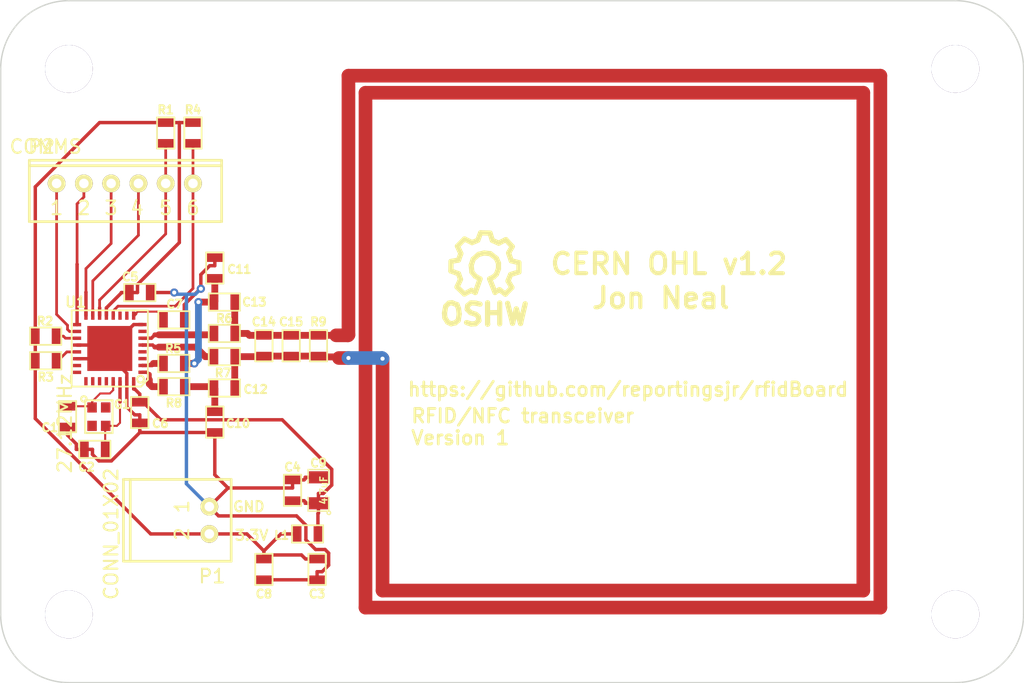
<source format=kicad_pcb>
(kicad_pcb (version 20171130) (host pcbnew "(5.1.12)-1")

  (general
    (thickness 1.6)
    (drawings 14)
    (tracks 254)
    (zones 0)
    (modules 34)
    (nets 35)
  )

  (page A4)
  (layers
    (0 F.Cu signal)
    (31 B.Cu signal)
    (32 B.Adhes user)
    (33 F.Adhes user)
    (34 B.Paste user)
    (35 F.Paste user)
    (36 B.SilkS user)
    (37 F.SilkS user)
    (38 B.Mask user)
    (39 F.Mask user)
    (40 Dwgs.User user)
    (41 Cmts.User user)
    (42 Eco1.User user)
    (43 Eco2.User user)
    (44 Edge.Cuts user)
    (45 Margin user)
    (46 B.CrtYd user)
    (47 F.CrtYd user)
    (48 B.Fab user)
    (49 F.Fab user)
  )

  (setup
    (last_trace_width 0.25)
    (user_trace_width 0.15)
    (user_trace_width 0.2)
    (user_trace_width 0.25)
    (user_trace_width 0.3)
    (user_trace_width 0.35)
    (user_trace_width 0.4)
    (user_trace_width 0.45)
    (user_trace_width 0.5)
    (user_trace_width 1)
    (trace_clearance 0.15)
    (zone_clearance 0.15)
    (zone_45_only no)
    (trace_min 0.15)
    (via_size 0.6)
    (via_drill 0.3)
    (via_min_size 0.6)
    (via_min_drill 0.3)
    (user_via 0.6 0.3)
    (uvia_size 0.508)
    (uvia_drill 0.127)
    (uvias_allowed no)
    (uvia_min_size 0.508)
    (uvia_min_drill 0.127)
    (edge_width 0.1)
    (segment_width 0.2)
    (pcb_text_width 0.3)
    (pcb_text_size 1.5 1.5)
    (mod_edge_width 0.15)
    (mod_text_size 1 1)
    (mod_text_width 0.15)
    (pad_size 1.5 1.5)
    (pad_drill 0.6)
    (pad_to_mask_clearance 0)
    (aux_axis_origin 0 0)
    (visible_elements 7FFFFFFF)
    (pcbplotparams
      (layerselection 0x010f0_80000001)
      (usegerberextensions true)
      (usegerberattributes true)
      (usegerberadvancedattributes true)
      (creategerberjobfile true)
      (gerberprecision 5)
      (excludeedgelayer true)
      (linewidth 0.100000)
      (plotframeref false)
      (viasonmask false)
      (mode 1)
      (useauxorigin false)
      (hpglpennumber 1)
      (hpglpenspeed 20)
      (hpglpendiameter 15.000000)
      (psnegative false)
      (psa4output false)
      (plotreference true)
      (plotvalue false)
      (plotinvisibletext false)
      (padsonsilk false)
      (subtractmaskfromsilk false)
      (outputformat 1)
      (mirror false)
      (drillshape 0)
      (scaleselection 1)
      (outputdirectory "gerbers/rfid/"))
  )

  (net 0 "")
  (net 1 "Net-(C1-Pad1)")
  (net 2 GND)
  (net 3 "Net-(C2-Pad1)")
  (net 4 3V3)
  (net 5 3V3_RF)
  (net 6 "Net-(C7-Pad1)")
  (net 7 "Net-(C10-Pad2)")
  (net 8 "Net-(C11-Pad2)")
  (net 9 "Net-(C12-Pad1)")
  (net 10 "Net-(P2-Pad3)")
  (net 11 "Net-(P2-Pad2)")
  (net 12 "Net-(P2-Pad1)")
  (net 13 "Net-(P2-Pad4)")
  (net 14 "Net-(P2-Pad5)")
  (net 15 "Net-(P2-Pad6)")
  (net 16 "Net-(R2-Pad1)")
  (net 17 "Net-(R3-Pad1)")
  (net 18 "Net-(R5-Pad2)")
  (net 19 "Net-(R6-Pad2)")
  (net 20 "Net-(R7-Pad2)")
  (net 21 "Net-(R8-Pad2)")
  (net 22 "Net-(U1-Pad3)")
  (net 23 "Net-(U1-Pad4)")
  (net 24 "Net-(U1-Pad7)")
  (net 25 "Net-(U1-Pad10)")
  (net 26 "Net-(U1-Pad11)")
  (net 27 "Net-(U1-Pad23)")
  (net 28 "Net-(U1-Pad24)")
  (net 29 "Net-(U1-Pad25)")
  (net 30 "Net-(U1-Pad26)")
  (net 31 "Net-(U1-Pad27)")
  (net 32 "Net-(U1-Pad28)")
  (net 33 "Net-(G1-Pad2)")
  (net 34 "Net-(G1-Pad4)")

  (net_class Default "This is the default net class."
    (clearance 0.15)
    (trace_width 0.25)
    (via_dia 0.6)
    (via_drill 0.3)
    (uvia_dia 0.508)
    (uvia_drill 0.127)
    (add_net 3V3)
    (add_net 3V3_RF)
    (add_net GND)
    (add_net "Net-(C1-Pad1)")
    (add_net "Net-(C10-Pad2)")
    (add_net "Net-(C11-Pad2)")
    (add_net "Net-(C12-Pad1)")
    (add_net "Net-(C2-Pad1)")
    (add_net "Net-(C7-Pad1)")
    (add_net "Net-(G1-Pad2)")
    (add_net "Net-(G1-Pad4)")
    (add_net "Net-(P2-Pad1)")
    (add_net "Net-(P2-Pad2)")
    (add_net "Net-(P2-Pad3)")
    (add_net "Net-(P2-Pad4)")
    (add_net "Net-(P2-Pad5)")
    (add_net "Net-(P2-Pad6)")
    (add_net "Net-(R2-Pad1)")
    (add_net "Net-(R3-Pad1)")
    (add_net "Net-(R5-Pad2)")
    (add_net "Net-(R6-Pad2)")
    (add_net "Net-(R7-Pad2)")
    (add_net "Net-(R8-Pad2)")
    (add_net "Net-(U1-Pad10)")
    (add_net "Net-(U1-Pad11)")
    (add_net "Net-(U1-Pad23)")
    (add_net "Net-(U1-Pad24)")
    (add_net "Net-(U1-Pad25)")
    (add_net "Net-(U1-Pad26)")
    (add_net "Net-(U1-Pad27)")
    (add_net "Net-(U1-Pad28)")
    (add_net "Net-(U1-Pad3)")
    (add_net "Net-(U1-Pad4)")
    (add_net "Net-(U1-Pad7)")
  )

  (module SMD_Packages:SMD-0603 (layer F.Cu) (tedit 5428CE1B) (tstamp 54208709)
    (at 160.9 90.5 270)
    (path /54173C81)
    (attr smd)
    (fp_text reference C1 (at 0.8 1.3) (layer F.SilkS)
      (effects (font (size 0.6 0.6) (thickness 0.15)))
    )
    (fp_text value 4pF (at 0 0 270) (layer F.SilkS) hide
      (effects (font (size 0.508 0.4572) (thickness 0.1143)))
    )
    (fp_line (start -1.143 0.635) (end -1.143 -0.635) (layer F.SilkS) (width 0.127))
    (fp_line (start 1.143 0.635) (end -1.143 0.635) (layer F.SilkS) (width 0.127))
    (fp_line (start 1.143 -0.635) (end 1.143 0.635) (layer F.SilkS) (width 0.127))
    (fp_line (start -1.143 -0.635) (end 1.143 -0.635) (layer F.SilkS) (width 0.127))
    (pad 1 smd rect (at -0.762 0 270) (size 0.635 1.143) (layers F.Cu F.Paste F.Mask)
      (net 1 "Net-(C1-Pad1)"))
    (pad 2 smd rect (at 0.762 0 270) (size 0.635 1.143) (layers F.Cu F.Paste F.Mask)
      (net 2 GND))
    (model smd\resistors\R0603.wrl
      (offset (xyz 0 0 0.02539999961853028))
      (scale (xyz 0.5 0.5 0.5))
      (rotate (xyz 0 0 0))
    )
  )

  (module SMD_Packages:SMD-0603 (layer F.Cu) (tedit 5428CE55) (tstamp 5420870F)
    (at 162.9 92.9 180)
    (path /54173DFA)
    (attr smd)
    (fp_text reference C2 (at 0.6 -1.3 180) (layer F.SilkS)
      (effects (font (size 0.6 0.6) (thickness 0.15)))
    )
    (fp_text value 4pF (at 0 0 180) (layer F.SilkS) hide
      (effects (font (size 0.508 0.4572) (thickness 0.1143)))
    )
    (fp_line (start -1.143 0.635) (end -1.143 -0.635) (layer F.SilkS) (width 0.127))
    (fp_line (start 1.143 0.635) (end -1.143 0.635) (layer F.SilkS) (width 0.127))
    (fp_line (start 1.143 -0.635) (end 1.143 0.635) (layer F.SilkS) (width 0.127))
    (fp_line (start -1.143 -0.635) (end 1.143 -0.635) (layer F.SilkS) (width 0.127))
    (pad 1 smd rect (at -0.762 0 180) (size 0.635 1.143) (layers F.Cu F.Paste F.Mask)
      (net 3 "Net-(C2-Pad1)"))
    (pad 2 smd rect (at 0.762 0 180) (size 0.635 1.143) (layers F.Cu F.Paste F.Mask)
      (net 2 GND))
    (model smd\resistors\R0603.wrl
      (offset (xyz 0 0 0.02539999961853028))
      (scale (xyz 0.5 0.5 0.5))
      (rotate (xyz 0 0 0))
    )
  )

  (module SMD_Packages:SMD-0603 (layer F.Cu) (tedit 5428CE65) (tstamp 5428C84E)
    (at 179.2 101.7 270)
    (path /541A58CF)
    (attr smd)
    (fp_text reference C3 (at 1.8 0) (layer F.SilkS)
      (effects (font (size 0.6 0.6) (thickness 0.15)))
    )
    (fp_text value 10nF (at 0 0 270) (layer F.SilkS) hide
      (effects (font (size 0.508 0.4572) (thickness 0.1143)))
    )
    (fp_line (start -1.143 0.635) (end -1.143 -0.635) (layer F.SilkS) (width 0.127))
    (fp_line (start 1.143 0.635) (end -1.143 0.635) (layer F.SilkS) (width 0.127))
    (fp_line (start 1.143 -0.635) (end 1.143 0.635) (layer F.SilkS) (width 0.127))
    (fp_line (start -1.143 -0.635) (end 1.143 -0.635) (layer F.SilkS) (width 0.127))
    (pad 1 smd rect (at -0.762 0 270) (size 0.635 1.143) (layers F.Cu F.Paste F.Mask)
      (net 4 3V3))
    (pad 2 smd rect (at 0.762 0 270) (size 0.635 1.143) (layers F.Cu F.Paste F.Mask)
      (net 2 GND))
    (model smd\resistors\R0603.wrl
      (offset (xyz 0 0 0.02539999961853028))
      (scale (xyz 0.5 0.5 0.5))
      (rotate (xyz 0 0 0))
    )
  )

  (module SMD_Packages:SMD-0603 (layer F.Cu) (tedit 5428B4A0) (tstamp 5420871B)
    (at 177.4 95.9 90)
    (path /541A5EC3)
    (attr smd)
    (fp_text reference C4 (at 1.7 0 180) (layer F.SilkS)
      (effects (font (size 0.6 0.6) (thickness 0.15)))
    )
    (fp_text value 10nF (at 0 0 90) (layer F.SilkS) hide
      (effects (font (size 0.508 0.4572) (thickness 0.1143)))
    )
    (fp_line (start -1.143 0.635) (end -1.143 -0.635) (layer F.SilkS) (width 0.127))
    (fp_line (start 1.143 0.635) (end -1.143 0.635) (layer F.SilkS) (width 0.127))
    (fp_line (start 1.143 -0.635) (end 1.143 0.635) (layer F.SilkS) (width 0.127))
    (fp_line (start -1.143 -0.635) (end 1.143 -0.635) (layer F.SilkS) (width 0.127))
    (pad 1 smd rect (at -0.762 0 90) (size 0.635 1.143) (layers F.Cu F.Paste F.Mask)
      (net 5 3V3_RF))
    (pad 2 smd rect (at 0.762 0 90) (size 0.635 1.143) (layers F.Cu F.Paste F.Mask)
      (net 2 GND))
    (model smd\resistors\R0603.wrl
      (offset (xyz 0 0 0.02539999961853028))
      (scale (xyz 0.5 0.5 0.5))
      (rotate (xyz 0 0 0))
    )
  )

  (module SMD_Packages:SMD-0603 (layer F.Cu) (tedit 5428CDC6) (tstamp 54208721)
    (at 166.2 81.4)
    (path /541A5A22)
    (attr smd)
    (fp_text reference C5 (at -0.7 -1.15) (layer F.SilkS)
      (effects (font (size 0.6 0.6) (thickness 0.15)))
    )
    (fp_text value 100nF (at 0 0) (layer F.SilkS) hide
      (effects (font (size 0.508 0.4572) (thickness 0.1143)))
    )
    (fp_line (start -1.143 0.635) (end -1.143 -0.635) (layer F.SilkS) (width 0.127))
    (fp_line (start 1.143 0.635) (end -1.143 0.635) (layer F.SilkS) (width 0.127))
    (fp_line (start 1.143 -0.635) (end 1.143 0.635) (layer F.SilkS) (width 0.127))
    (fp_line (start -1.143 -0.635) (end 1.143 -0.635) (layer F.SilkS) (width 0.127))
    (pad 1 smd rect (at -0.762 0) (size 0.635 1.143) (layers F.Cu F.Paste F.Mask)
      (net 4 3V3))
    (pad 2 smd rect (at 0.762 0) (size 0.635 1.143) (layers F.Cu F.Paste F.Mask)
      (net 2 GND))
    (model smd\resistors\R0603.wrl
      (offset (xyz 0 0 0.02539999961853028))
      (scale (xyz 0.5 0.5 0.5))
      (rotate (xyz 0 0 0))
    )
  )

  (module SMD_Packages:SMD-0603 (layer F.Cu) (tedit 5428CE0A) (tstamp 54208727)
    (at 166.2 90.2 270)
    (path /541A5E22)
    (attr smd)
    (fp_text reference C6 (at 0.8 -1.5) (layer F.SilkS)
      (effects (font (size 0.6 0.6) (thickness 0.15)))
    )
    (fp_text value 100nF (at 0 0 270) (layer F.SilkS) hide
      (effects (font (size 0.508 0.4572) (thickness 0.1143)))
    )
    (fp_line (start -1.143 0.635) (end -1.143 -0.635) (layer F.SilkS) (width 0.127))
    (fp_line (start 1.143 0.635) (end -1.143 0.635) (layer F.SilkS) (width 0.127))
    (fp_line (start 1.143 -0.635) (end 1.143 0.635) (layer F.SilkS) (width 0.127))
    (fp_line (start -1.143 -0.635) (end 1.143 -0.635) (layer F.SilkS) (width 0.127))
    (pad 1 smd rect (at -0.762 0 270) (size 0.635 1.143) (layers F.Cu F.Paste F.Mask)
      (net 5 3V3_RF))
    (pad 2 smd rect (at 0.762 0 270) (size 0.635 1.143) (layers F.Cu F.Paste F.Mask)
      (net 2 GND))
    (model smd\resistors\R0603.wrl
      (offset (xyz 0 0 0.02539999961853028))
      (scale (xyz 0.5 0.5 0.5))
      (rotate (xyz 0 0 0))
    )
  )

  (module SMD_Packages:SMD-0603 (layer F.Cu) (tedit 5428CDB9) (tstamp 5420872D)
    (at 168.7 83.4)
    (path /54175E86)
    (attr smd)
    (fp_text reference C7 (at 0.05 -1.15) (layer F.SilkS)
      (effects (font (size 0.6 0.6) (thickness 0.15)))
    )
    (fp_text value 1nF (at 0 0) (layer F.SilkS) hide
      (effects (font (size 0.508 0.4572) (thickness 0.1143)))
    )
    (fp_line (start -1.143 0.635) (end -1.143 -0.635) (layer F.SilkS) (width 0.127))
    (fp_line (start 1.143 0.635) (end -1.143 0.635) (layer F.SilkS) (width 0.127))
    (fp_line (start 1.143 -0.635) (end 1.143 0.635) (layer F.SilkS) (width 0.127))
    (fp_line (start -1.143 -0.635) (end 1.143 -0.635) (layer F.SilkS) (width 0.127))
    (pad 1 smd rect (at -0.762 0) (size 0.635 1.143) (layers F.Cu F.Paste F.Mask)
      (net 6 "Net-(C7-Pad1)"))
    (pad 2 smd rect (at 0.762 0) (size 0.635 1.143) (layers F.Cu F.Paste F.Mask)
      (net 2 GND))
    (model smd\resistors\R0603.wrl
      (offset (xyz 0 0 0.02539999961853028))
      (scale (xyz 0.5 0.5 0.5))
      (rotate (xyz 0 0 0))
    )
  )

  (module SMD_Packages:SMD-0603 (layer F.Cu) (tedit 5428CE62) (tstamp 54208733)
    (at 175.3 101.7 270)
    (path /541A5A83)
    (attr smd)
    (fp_text reference C8 (at 1.8 0) (layer F.SilkS)
      (effects (font (size 0.6 0.6) (thickness 0.15)))
    )
    (fp_text value 1uF (at 0 0 270) (layer F.SilkS) hide
      (effects (font (size 0.508 0.4572) (thickness 0.1143)))
    )
    (fp_line (start -1.143 0.635) (end -1.143 -0.635) (layer F.SilkS) (width 0.127))
    (fp_line (start 1.143 0.635) (end -1.143 0.635) (layer F.SilkS) (width 0.127))
    (fp_line (start 1.143 -0.635) (end 1.143 0.635) (layer F.SilkS) (width 0.127))
    (fp_line (start -1.143 -0.635) (end 1.143 -0.635) (layer F.SilkS) (width 0.127))
    (pad 1 smd rect (at -0.762 0 270) (size 0.635 1.143) (layers F.Cu F.Paste F.Mask)
      (net 4 3V3))
    (pad 2 smd rect (at 0.762 0 270) (size 0.635 1.143) (layers F.Cu F.Paste F.Mask)
      (net 2 GND))
    (model smd\resistors\R0603.wrl
      (offset (xyz 0 0 0.02539999961853028))
      (scale (xyz 0.5 0.5 0.5))
      (rotate (xyz 0 0 0))
    )
  )

  (module SMD_Packages:SMD-0805 (layer F.Cu) (tedit 5428B4AA) (tstamp 54225F76)
    (at 179.3 95.9 90)
    (path /541A5D75)
    (attr smd)
    (fp_text reference C9 (at 2 0 180) (layer F.SilkS)
      (effects (font (size 0.6 0.6) (thickness 0.15)))
    )
    (fp_text value 4.7uF (at 0 0.381 90) (layer F.SilkS)
      (effects (font (size 0.50038 0.50038) (thickness 0.10922)))
    )
    (fp_line (start 1.524 0.762) (end 0.508 0.762) (layer F.SilkS) (width 0.09906))
    (fp_line (start 1.524 -0.762) (end 1.524 0.762) (layer F.SilkS) (width 0.09906))
    (fp_line (start 0.508 -0.762) (end 1.524 -0.762) (layer F.SilkS) (width 0.09906))
    (fp_line (start -1.524 -0.762) (end -0.508 -0.762) (layer F.SilkS) (width 0.09906))
    (fp_line (start -1.524 0.762) (end -1.524 -0.762) (layer F.SilkS) (width 0.09906))
    (fp_line (start -0.508 0.762) (end -1.524 0.762) (layer F.SilkS) (width 0.09906))
    (fp_circle (center -1.651 0.762) (end -1.651 0.635) (layer F.SilkS) (width 0.09906))
    (pad 1 smd rect (at -0.9525 0 90) (size 0.889 1.397) (layers F.Cu F.Paste F.Mask)
      (net 5 3V3_RF))
    (pad 2 smd rect (at 0.9525 0 90) (size 0.889 1.397) (layers F.Cu F.Paste F.Mask)
      (net 2 GND))
    (model smd/chip_cms.wrl
      (at (xyz 0 0 0))
      (scale (xyz 0.1 0.1 0.1))
      (rotate (xyz 0 0 0))
    )
  )

  (module SMD_Packages:SMD-0603 (layer F.Cu) (tedit 54287550) (tstamp 5420873F)
    (at 171.7 90.9 90)
    (path /541FBF59)
    (attr smd)
    (fp_text reference C10 (at -0.1 1.7 180) (layer F.SilkS)
      (effects (font (size 0.6 0.6) (thickness 0.15)))
    )
    (fp_text value open (at 0 0 90) (layer F.SilkS) hide
      (effects (font (size 0.508 0.4572) (thickness 0.1143)))
    )
    (fp_line (start -1.143 0.635) (end -1.143 -0.635) (layer F.SilkS) (width 0.127))
    (fp_line (start 1.143 0.635) (end -1.143 0.635) (layer F.SilkS) (width 0.127))
    (fp_line (start 1.143 -0.635) (end 1.143 0.635) (layer F.SilkS) (width 0.127))
    (fp_line (start -1.143 -0.635) (end 1.143 -0.635) (layer F.SilkS) (width 0.127))
    (pad 1 smd rect (at -0.762 0 90) (size 0.635 1.143) (layers F.Cu F.Paste F.Mask)
      (net 2 GND))
    (pad 2 smd rect (at 0.762 0 90) (size 0.635 1.143) (layers F.Cu F.Paste F.Mask)
      (net 7 "Net-(C10-Pad2)"))
    (model smd\resistors\R0603.wrl
      (offset (xyz 0 0 0.02539999961853028))
      (scale (xyz 0.5 0.5 0.5))
      (rotate (xyz 0 0 0))
    )
  )

  (module SMD_Packages:SMD-0603 (layer F.Cu) (tedit 54287555) (tstamp 54208745)
    (at 171.7 79.6 270)
    (path /541FC0D8)
    (attr smd)
    (fp_text reference C11 (at 0.1 -1.8) (layer F.SilkS)
      (effects (font (size 0.6 0.6) (thickness 0.15)))
    )
    (fp_text value open (at 0 0 270) (layer F.SilkS) hide
      (effects (font (size 0.508 0.4572) (thickness 0.1143)))
    )
    (fp_line (start -1.143 0.635) (end -1.143 -0.635) (layer F.SilkS) (width 0.127))
    (fp_line (start 1.143 0.635) (end -1.143 0.635) (layer F.SilkS) (width 0.127))
    (fp_line (start 1.143 -0.635) (end 1.143 0.635) (layer F.SilkS) (width 0.127))
    (fp_line (start -1.143 -0.635) (end 1.143 -0.635) (layer F.SilkS) (width 0.127))
    (pad 1 smd rect (at -0.762 0 270) (size 0.635 1.143) (layers F.Cu F.Paste F.Mask)
      (net 2 GND))
    (pad 2 smd rect (at 0.762 0 270) (size 0.635 1.143) (layers F.Cu F.Paste F.Mask)
      (net 8 "Net-(C11-Pad2)"))
    (model smd\resistors\R0603.wrl
      (offset (xyz 0 0 0.02539999961853028))
      (scale (xyz 0.5 0.5 0.5))
      (rotate (xyz 0 0 0))
    )
  )

  (module SMD_Packages:SMD-0603 (layer F.Cu) (tedit 5428753C) (tstamp 5420874B)
    (at 172.4 88.4 180)
    (path /541FC26B)
    (attr smd)
    (fp_text reference C12 (at -2.3 -0.1 180) (layer F.SilkS)
      (effects (font (size 0.6 0.6) (thickness 0.15)))
    )
    (fp_text value 150pF (at 0 0 180) (layer F.SilkS) hide
      (effects (font (size 0.508 0.4572) (thickness 0.1143)))
    )
    (fp_line (start -1.143 0.635) (end -1.143 -0.635) (layer F.SilkS) (width 0.127))
    (fp_line (start 1.143 0.635) (end -1.143 0.635) (layer F.SilkS) (width 0.127))
    (fp_line (start 1.143 -0.635) (end 1.143 0.635) (layer F.SilkS) (width 0.127))
    (fp_line (start -1.143 -0.635) (end 1.143 -0.635) (layer F.SilkS) (width 0.127))
    (pad 1 smd rect (at -0.762 0 180) (size 0.635 1.143) (layers F.Cu F.Paste F.Mask)
      (net 9 "Net-(C12-Pad1)"))
    (pad 2 smd rect (at 0.762 0 180) (size 0.635 1.143) (layers F.Cu F.Paste F.Mask)
      (net 7 "Net-(C10-Pad2)"))
    (model smd\resistors\R0603.wrl
      (offset (xyz 0 0 0.02539999961853028))
      (scale (xyz 0.5 0.5 0.5))
      (rotate (xyz 0 0 0))
    )
  )

  (module SMD_Packages:SMD-0603 (layer F.Cu) (tedit 54287540) (tstamp 54208751)
    (at 172.4 82.1 180)
    (path /541FC326)
    (attr smd)
    (fp_text reference C13 (at -2.2 0 180) (layer F.SilkS)
      (effects (font (size 0.6 0.6) (thickness 0.15)))
    )
    (fp_text value 150pF (at 0 0 180) (layer F.SilkS) hide
      (effects (font (size 0.508 0.4572) (thickness 0.1143)))
    )
    (fp_line (start -1.143 0.635) (end -1.143 -0.635) (layer F.SilkS) (width 0.127))
    (fp_line (start 1.143 0.635) (end -1.143 0.635) (layer F.SilkS) (width 0.127))
    (fp_line (start 1.143 -0.635) (end 1.143 0.635) (layer F.SilkS) (width 0.127))
    (fp_line (start -1.143 -0.635) (end 1.143 -0.635) (layer F.SilkS) (width 0.127))
    (pad 1 smd rect (at -0.762 0 180) (size 0.635 1.143) (layers F.Cu F.Paste F.Mask)
      (net 9 "Net-(C12-Pad1)"))
    (pad 2 smd rect (at 0.762 0 180) (size 0.635 1.143) (layers F.Cu F.Paste F.Mask)
      (net 8 "Net-(C11-Pad2)"))
    (model smd\resistors\R0603.wrl
      (offset (xyz 0 0 0.02539999961853028))
      (scale (xyz 0.5 0.5 0.5))
      (rotate (xyz 0 0 0))
    )
  )

  (module SMD_Packages:SMD-0603 (layer F.Cu) (tedit 54286A06) (tstamp 54208757)
    (at 175.3 85.3 90)
    (path /541FC46F)
    (attr smd)
    (fp_text reference C14 (at 1.75 0 180) (layer F.SilkS)
      (effects (font (size 0.6 0.6) (thickness 0.15)))
    )
    (fp_text value 220pF (at 0 0 90) (layer F.SilkS) hide
      (effects (font (size 0.508 0.4572) (thickness 0.1143)))
    )
    (fp_line (start -1.143 0.635) (end -1.143 -0.635) (layer F.SilkS) (width 0.127))
    (fp_line (start 1.143 0.635) (end -1.143 0.635) (layer F.SilkS) (width 0.127))
    (fp_line (start 1.143 -0.635) (end 1.143 0.635) (layer F.SilkS) (width 0.127))
    (fp_line (start -1.143 -0.635) (end 1.143 -0.635) (layer F.SilkS) (width 0.127))
    (pad 1 smd rect (at -0.762 0 90) (size 0.635 1.143) (layers F.Cu F.Paste F.Mask)
      (net 9 "Net-(C12-Pad1)"))
    (pad 2 smd rect (at 0.762 0 90) (size 0.635 1.143) (layers F.Cu F.Paste F.Mask)
      (net 9 "Net-(C12-Pad1)"))
    (model smd\resistors\R0603.wrl
      (offset (xyz 0 0 0.02539999961853028))
      (scale (xyz 0.5 0.5 0.5))
      (rotate (xyz 0 0 0))
    )
  )

  (module SMD_Packages:SMD-0603 (layer F.Cu) (tedit 54286A11) (tstamp 54226027)
    (at 177.3 85.3 90)
    (path /541FC5B5)
    (attr smd)
    (fp_text reference C15 (at 1.75 0 180) (layer F.SilkS)
      (effects (font (size 0.6 0.6) (thickness 0.15)))
    )
    (fp_text value 15pF (at 0 0 90) (layer F.SilkS) hide
      (effects (font (size 0.508 0.4572) (thickness 0.1143)))
    )
    (fp_line (start -1.143 0.635) (end -1.143 -0.635) (layer F.SilkS) (width 0.127))
    (fp_line (start 1.143 0.635) (end -1.143 0.635) (layer F.SilkS) (width 0.127))
    (fp_line (start 1.143 -0.635) (end 1.143 0.635) (layer F.SilkS) (width 0.127))
    (fp_line (start -1.143 -0.635) (end 1.143 -0.635) (layer F.SilkS) (width 0.127))
    (pad 1 smd rect (at -0.762 0 90) (size 0.635 1.143) (layers F.Cu F.Paste F.Mask)
      (net 9 "Net-(C12-Pad1)"))
    (pad 2 smd rect (at 0.762 0 90) (size 0.635 1.143) (layers F.Cu F.Paste F.Mask)
      (net 9 "Net-(C12-Pad1)"))
    (model smd\resistors\R0603.wrl
      (offset (xyz 0 0 0.02539999961853028))
      (scale (xyz 0.5 0.5 0.5))
      (rotate (xyz 0 0 0))
    )
  )

  (module SMD_Packages:SMD-0603 (layer F.Cu) (tedit 5428CE60) (tstamp 54208763)
    (at 178.5 99.1)
    (path /541A56A3)
    (attr smd)
    (fp_text reference L1 (at -1.9 0.1) (layer F.SilkS)
      (effects (font (size 0.6 0.6) (thickness 0.15)))
    )
    (fp_text value tx_3v3_choke (at 0 0) (layer F.SilkS) hide
      (effects (font (size 0.508 0.4572) (thickness 0.1143)))
    )
    (fp_line (start -1.143 0.635) (end -1.143 -0.635) (layer F.SilkS) (width 0.127))
    (fp_line (start 1.143 0.635) (end -1.143 0.635) (layer F.SilkS) (width 0.127))
    (fp_line (start 1.143 -0.635) (end 1.143 0.635) (layer F.SilkS) (width 0.127))
    (fp_line (start -1.143 -0.635) (end 1.143 -0.635) (layer F.SilkS) (width 0.127))
    (pad 1 smd rect (at -0.762 0) (size 0.635 1.143) (layers F.Cu F.Paste F.Mask)
      (net 4 3V3))
    (pad 2 smd rect (at 0.762 0) (size 0.635 1.143) (layers F.Cu F.Paste F.Mask)
      (net 5 3V3_RF))
    (model smd\resistors\R0603.wrl
      (offset (xyz 0 0 0.02539999961853028))
      (scale (xyz 0.5 0.5 0.5))
      (rotate (xyz 0 0 0))
    )
  )

  (module rfid:JST_PH_2pin_side (layer F.Cu) (tedit 5428CE3E) (tstamp 54208769)
    (at 171.3 95.1 90)
    (path /541A49C8)
    (fp_text reference P1 (at -7.1 0.2 180) (layer F.SilkS)
      (effects (font (size 1 1) (thickness 0.15)))
    )
    (fp_text value CONN_01X02 (at -4 -7.2 90) (layer F.SilkS)
      (effects (font (size 1 1) (thickness 0.15)))
    )
    (fp_line (start -6 -6.3) (end 0 -6.3) (layer F.SilkS) (width 0.2))
    (fp_line (start 0 -6.3) (end 0 1.6) (layer F.SilkS) (width 0.2))
    (fp_line (start 0 1.6) (end -6 1.6) (layer F.SilkS) (width 0.2))
    (fp_line (start -6 1.6) (end -6 -6.3) (layer F.SilkS) (width 0.2))
    (fp_line (start -6 -5.8) (end -0.1 -5.8) (layer F.SilkS) (width 0.2))
    (fp_text user 2 (at -4 -2 90) (layer F.SilkS)
      (effects (font (size 1 1) (thickness 0.15)))
    )
    (fp_text user 1 (at -2 -2 90) (layer F.SilkS)
      (effects (font (size 1 1) (thickness 0.15)))
    )
    (pad 1 thru_hole circle (at -2 0 90) (size 1.3 1.3) (drill 0.7) (layers *.Cu *.Mask F.SilkS)
      (net 2 GND))
    (pad 2 thru_hole circle (at -4 0 90) (size 1.3 1.3) (drill 0.7) (layers *.Cu *.Mask F.SilkS)
      (net 4 3V3))
  )

  (module rfid:JST_PH_6pin (layer F.Cu) (tedit 5428CE35) (tstamp 54208773)
    (at 164.1 73.4)
    (path /54192185)
    (fp_text reference P2 (at -5.1 -2.7) (layer F.SilkS)
      (effects (font (size 1 1) (thickness 0.15)))
    )
    (fp_text value COMMS (at -4.8 -2.7) (layer F.SilkS)
      (effects (font (size 1 1) (thickness 0.15)))
    )
    (fp_line (start -6 -1.7) (end 8.1 -1.7) (layer F.SilkS) (width 0.2))
    (fp_line (start 8.1 -1.7) (end 8.1 2.8) (layer F.SilkS) (width 0.2))
    (fp_line (start 8.1 2.8) (end -6 2.8) (layer F.SilkS) (width 0.2))
    (fp_line (start -6 2.8) (end -6 -1.7) (layer F.SilkS) (width 0.2))
    (fp_line (start -6 -1.3) (end 8.1 -1.3) (layer F.SilkS) (width 0.2))
    (fp_text user 6 (at 6 1.8) (layer F.SilkS)
      (effects (font (size 1 1) (thickness 0.15)))
    )
    (fp_text user 5 (at 4 1.8) (layer F.SilkS)
      (effects (font (size 1 1) (thickness 0.15)))
    )
    (fp_text user 4 (at 1.9 1.8) (layer F.SilkS)
      (effects (font (size 1 1) (thickness 0.15)))
    )
    (fp_text user 3 (at 0 1.8) (layer F.SilkS)
      (effects (font (size 1 1) (thickness 0.15)))
    )
    (fp_text user 2 (at -2 1.8) (layer F.SilkS)
      (effects (font (size 1 1) (thickness 0.15)))
    )
    (fp_text user 1 (at -4 1.8) (layer F.SilkS)
      (effects (font (size 1 1) (thickness 0.15)))
    )
    (pad 3 thru_hole circle (at 0 0) (size 1.3 1.3) (drill 0.7) (layers *.Cu *.Mask F.SilkS)
      (net 10 "Net-(P2-Pad3)"))
    (pad 2 thru_hole circle (at -2 0) (size 1.3 1.3) (drill 0.7) (layers *.Cu *.Mask F.SilkS)
      (net 11 "Net-(P2-Pad2)"))
    (pad 1 thru_hole circle (at -4 0) (size 1.3 1.3) (drill 0.7) (layers *.Cu *.Mask F.SilkS)
      (net 12 "Net-(P2-Pad1)"))
    (pad 4 thru_hole circle (at 2 0) (size 1.3 1.3) (drill 0.7) (layers *.Cu *.Mask F.SilkS)
      (net 13 "Net-(P2-Pad4)"))
    (pad 5 thru_hole circle (at 4 0) (size 1.3 1.3) (drill 0.7) (layers *.Cu *.Mask F.SilkS)
      (net 14 "Net-(P2-Pad5)"))
    (pad 6 thru_hole circle (at 6 0) (size 1.3 1.3) (drill 0.7) (layers *.Cu *.Mask F.SilkS)
      (net 15 "Net-(P2-Pad6)"))
  )

  (module SMD_Packages:SMD-0603 (layer F.Cu) (tedit 54286BC6) (tstamp 54208779)
    (at 168.1 69.7 270)
    (path /541A2E55)
    (attr smd)
    (fp_text reference R1 (at -1.7 0) (layer F.SilkS)
      (effects (font (size 0.6 0.6) (thickness 0.15)))
    )
    (fp_text value 3.3k (at 0 0 270) (layer F.SilkS) hide
      (effects (font (size 0.508 0.4572) (thickness 0.1143)))
    )
    (fp_line (start -1.143 0.635) (end -1.143 -0.635) (layer F.SilkS) (width 0.127))
    (fp_line (start 1.143 0.635) (end -1.143 0.635) (layer F.SilkS) (width 0.127))
    (fp_line (start 1.143 -0.635) (end 1.143 0.635) (layer F.SilkS) (width 0.127))
    (fp_line (start -1.143 -0.635) (end 1.143 -0.635) (layer F.SilkS) (width 0.127))
    (pad 1 smd rect (at -0.762 0 270) (size 0.635 1.143) (layers F.Cu F.Paste F.Mask)
      (net 4 3V3))
    (pad 2 smd rect (at 0.762 0 270) (size 0.635 1.143) (layers F.Cu F.Paste F.Mask)
      (net 14 "Net-(P2-Pad5)"))
    (model smd\resistors\R0603.wrl
      (offset (xyz 0 0 0.02539999961853028))
      (scale (xyz 0.5 0.5 0.5))
      (rotate (xyz 0 0 0))
    )
  )

  (module SMD_Packages:SMD-0603 (layer F.Cu) (tedit 54286C46) (tstamp 5420877F)
    (at 159.3 84.6 180)
    (path /541A325E)
    (attr smd)
    (fp_text reference R2 (at 0.05 1.1 180) (layer F.SilkS)
      (effects (font (size 0.6 0.6) (thickness 0.15)))
    )
    (fp_text value 3.3k (at 0 0 180) (layer F.SilkS) hide
      (effects (font (size 0.508 0.4572) (thickness 0.1143)))
    )
    (fp_line (start -1.143 0.635) (end -1.143 -0.635) (layer F.SilkS) (width 0.127))
    (fp_line (start 1.143 0.635) (end -1.143 0.635) (layer F.SilkS) (width 0.127))
    (fp_line (start 1.143 -0.635) (end 1.143 0.635) (layer F.SilkS) (width 0.127))
    (fp_line (start -1.143 -0.635) (end 1.143 -0.635) (layer F.SilkS) (width 0.127))
    (pad 1 smd rect (at -0.762 0 180) (size 0.635 1.143) (layers F.Cu F.Paste F.Mask)
      (net 16 "Net-(R2-Pad1)"))
    (pad 2 smd rect (at 0.762 0 180) (size 0.635 1.143) (layers F.Cu F.Paste F.Mask)
      (net 4 3V3))
    (model smd\resistors\R0603.wrl
      (offset (xyz 0 0 0.02539999961853028))
      (scale (xyz 0.5 0.5 0.5))
      (rotate (xyz 0 0 0))
    )
  )

  (module SMD_Packages:SMD-0603 (layer F.Cu) (tedit 54286C43) (tstamp 54208785)
    (at 159.3 86.4 180)
    (path /541A35D8)
    (attr smd)
    (fp_text reference R3 (at 0 -1.2 180) (layer F.SilkS)
      (effects (font (size 0.6 0.6) (thickness 0.15)))
    )
    (fp_text value 3.3k (at 0 0 180) (layer F.SilkS) hide
      (effects (font (size 0.508 0.4572) (thickness 0.1143)))
    )
    (fp_line (start -1.143 0.635) (end -1.143 -0.635) (layer F.SilkS) (width 0.127))
    (fp_line (start 1.143 0.635) (end -1.143 0.635) (layer F.SilkS) (width 0.127))
    (fp_line (start 1.143 -0.635) (end 1.143 0.635) (layer F.SilkS) (width 0.127))
    (fp_line (start -1.143 -0.635) (end 1.143 -0.635) (layer F.SilkS) (width 0.127))
    (pad 1 smd rect (at -0.762 0 180) (size 0.635 1.143) (layers F.Cu F.Paste F.Mask)
      (net 17 "Net-(R3-Pad1)"))
    (pad 2 smd rect (at 0.762 0 180) (size 0.635 1.143) (layers F.Cu F.Paste F.Mask)
      (net 4 3V3))
    (model smd\resistors\R0603.wrl
      (offset (xyz 0 0 0.02539999961853028))
      (scale (xyz 0.5 0.5 0.5))
      (rotate (xyz 0 0 0))
    )
  )

  (module SMD_Packages:SMD-0603 (layer F.Cu) (tedit 54286BCA) (tstamp 5420878B)
    (at 170.1 69.7 270)
    (path /54191892)
    (attr smd)
    (fp_text reference R4 (at -1.7 0) (layer F.SilkS)
      (effects (font (size 0.6 0.6) (thickness 0.15)))
    )
    (fp_text value 3.3k (at 0 0 270) (layer F.SilkS) hide
      (effects (font (size 0.508 0.4572) (thickness 0.1143)))
    )
    (fp_line (start -1.143 0.635) (end -1.143 -0.635) (layer F.SilkS) (width 0.127))
    (fp_line (start 1.143 0.635) (end -1.143 0.635) (layer F.SilkS) (width 0.127))
    (fp_line (start 1.143 -0.635) (end 1.143 0.635) (layer F.SilkS) (width 0.127))
    (fp_line (start -1.143 -0.635) (end 1.143 -0.635) (layer F.SilkS) (width 0.127))
    (pad 1 smd rect (at -0.762 0 270) (size 0.635 1.143) (layers F.Cu F.Paste F.Mask)
      (net 4 3V3))
    (pad 2 smd rect (at 0.762 0 270) (size 0.635 1.143) (layers F.Cu F.Paste F.Mask)
      (net 15 "Net-(P2-Pad6)"))
    (model smd\resistors\R0603.wrl
      (offset (xyz 0 0 0.02539999961853028))
      (scale (xyz 0.5 0.5 0.5))
      (rotate (xyz 0 0 0))
    )
  )

  (module SMD_Packages:SMD-0603 (layer F.Cu) (tedit 54286AE6) (tstamp 54208791)
    (at 168.7 86.6 180)
    (path /541FDC12)
    (attr smd)
    (fp_text reference R5 (at 0.05 1.1 180) (layer F.SilkS)
      (effects (font (size 0.6 0.6) (thickness 0.15)))
    )
    (fp_text value 0 (at 0 0 180) (layer F.SilkS) hide
      (effects (font (size 0.508 0.4572) (thickness 0.1143)))
    )
    (fp_line (start -1.143 0.635) (end -1.143 -0.635) (layer F.SilkS) (width 0.127))
    (fp_line (start 1.143 0.635) (end -1.143 0.635) (layer F.SilkS) (width 0.127))
    (fp_line (start 1.143 -0.635) (end 1.143 0.635) (layer F.SilkS) (width 0.127))
    (fp_line (start -1.143 -0.635) (end 1.143 -0.635) (layer F.SilkS) (width 0.127))
    (pad 1 smd rect (at -0.762 0 180) (size 0.635 1.143) (layers F.Cu F.Paste F.Mask)
      (net 8 "Net-(C11-Pad2)"))
    (pad 2 smd rect (at 0.762 0 180) (size 0.635 1.143) (layers F.Cu F.Paste F.Mask)
      (net 18 "Net-(R5-Pad2)"))
    (model smd\resistors\R0603.wrl
      (offset (xyz 0 0 0.02539999961853028))
      (scale (xyz 0.5 0.5 0.5))
      (rotate (xyz 0 0 0))
    )
  )

  (module SMD_Packages:SMD-0603 (layer F.Cu) (tedit 7FFFFFFF) (tstamp 54208797)
    (at 172.4 84.4 180)
    (path /541FDD23)
    (attr smd)
    (fp_text reference R6 (at 0 1.1 180) (layer F.SilkS)
      (effects (font (size 0.6 0.6) (thickness 0.15)))
    )
    (fp_text value 330 (at 0 0 180) (layer F.SilkS) hide
      (effects (font (size 0.508 0.4572) (thickness 0.1143)))
    )
    (fp_line (start -1.143 0.635) (end -1.143 -0.635) (layer F.SilkS) (width 0.127))
    (fp_line (start 1.143 0.635) (end -1.143 0.635) (layer F.SilkS) (width 0.127))
    (fp_line (start 1.143 -0.635) (end 1.143 0.635) (layer F.SilkS) (width 0.127))
    (fp_line (start -1.143 -0.635) (end 1.143 -0.635) (layer F.SilkS) (width 0.127))
    (pad 1 smd rect (at -0.762 0 180) (size 0.635 1.143) (layers F.Cu F.Paste F.Mask)
      (net 9 "Net-(C12-Pad1)"))
    (pad 2 smd rect (at 0.762 0 180) (size 0.635 1.143) (layers F.Cu F.Paste F.Mask)
      (net 19 "Net-(R6-Pad2)"))
    (model smd\resistors\R0603.wrl
      (offset (xyz 0 0 0.02539999961853028))
      (scale (xyz 0.5 0.5 0.5))
      (rotate (xyz 0 0 0))
    )
  )

  (module SMD_Packages:SMD-0603 (layer F.Cu) (tedit 542869EF) (tstamp 5420879D)
    (at 172.4 86.1 180)
    (path /541FD7DD)
    (attr smd)
    (fp_text reference R7 (at 0.1 -1.2 180) (layer F.SilkS)
      (effects (font (size 0.6 0.6) (thickness 0.15)))
    )
    (fp_text value 330 (at 0 0 180) (layer F.SilkS) hide
      (effects (font (size 0.508 0.4572) (thickness 0.1143)))
    )
    (fp_line (start -1.143 0.635) (end -1.143 -0.635) (layer F.SilkS) (width 0.127))
    (fp_line (start 1.143 0.635) (end -1.143 0.635) (layer F.SilkS) (width 0.127))
    (fp_line (start 1.143 -0.635) (end 1.143 0.635) (layer F.SilkS) (width 0.127))
    (fp_line (start -1.143 -0.635) (end 1.143 -0.635) (layer F.SilkS) (width 0.127))
    (pad 1 smd rect (at -0.762 0 180) (size 0.635 1.143) (layers F.Cu F.Paste F.Mask)
      (net 9 "Net-(C12-Pad1)"))
    (pad 2 smd rect (at 0.762 0 180) (size 0.635 1.143) (layers F.Cu F.Paste F.Mask)
      (net 20 "Net-(R7-Pad2)"))
    (model smd\resistors\R0603.wrl
      (offset (xyz 0 0 0.02539999961853028))
      (scale (xyz 0.5 0.5 0.5))
      (rotate (xyz 0 0 0))
    )
  )

  (module SMD_Packages:SMD-0603 (layer F.Cu) (tedit 54286AF4) (tstamp 542087A3)
    (at 168.7 88.3 180)
    (path /541FDA06)
    (attr smd)
    (fp_text reference R8 (at 0 -1.2 180) (layer F.SilkS)
      (effects (font (size 0.6 0.6) (thickness 0.15)))
    )
    (fp_text value 0 (at 0 0 180) (layer F.SilkS) hide
      (effects (font (size 0.508 0.4572) (thickness 0.1143)))
    )
    (fp_line (start -1.143 0.635) (end -1.143 -0.635) (layer F.SilkS) (width 0.127))
    (fp_line (start 1.143 0.635) (end -1.143 0.635) (layer F.SilkS) (width 0.127))
    (fp_line (start 1.143 -0.635) (end 1.143 0.635) (layer F.SilkS) (width 0.127))
    (fp_line (start -1.143 -0.635) (end 1.143 -0.635) (layer F.SilkS) (width 0.127))
    (pad 1 smd rect (at -0.762 0 180) (size 0.635 1.143) (layers F.Cu F.Paste F.Mask)
      (net 7 "Net-(C10-Pad2)"))
    (pad 2 smd rect (at 0.762 0 180) (size 0.635 1.143) (layers F.Cu F.Paste F.Mask)
      (net 21 "Net-(R8-Pad2)"))
    (model smd\resistors\R0603.wrl
      (offset (xyz 0 0 0.02539999961853028))
      (scale (xyz 0.5 0.5 0.5))
      (rotate (xyz 0 0 0))
    )
  )

  (module SMD_Packages:SMD-0603 (layer F.Cu) (tedit 54286A1A) (tstamp 542087A9)
    (at 179.3 85.3 90)
    (path /542007D4)
    (attr smd)
    (fp_text reference R9 (at 1.75 0 180) (layer F.SilkS)
      (effects (font (size 0.6 0.6) (thickness 0.15)))
    )
    (fp_text value 2.26k (at 0 0 90) (layer F.SilkS) hide
      (effects (font (size 0.508 0.4572) (thickness 0.1143)))
    )
    (fp_line (start -1.143 0.635) (end -1.143 -0.635) (layer F.SilkS) (width 0.127))
    (fp_line (start 1.143 0.635) (end -1.143 0.635) (layer F.SilkS) (width 0.127))
    (fp_line (start 1.143 -0.635) (end 1.143 0.635) (layer F.SilkS) (width 0.127))
    (fp_line (start -1.143 -0.635) (end 1.143 -0.635) (layer F.SilkS) (width 0.127))
    (pad 1 smd rect (at -0.762 0 90) (size 0.635 1.143) (layers F.Cu F.Paste F.Mask)
      (net 9 "Net-(C12-Pad1)"))
    (pad 2 smd rect (at 0.762 0 90) (size 0.635 1.143) (layers F.Cu F.Paste F.Mask)
      (net 9 "Net-(C12-Pad1)"))
    (model smd\resistors\R0603.wrl
      (offset (xyz 0 0 0.02539999961853028))
      (scale (xyz 0.5 0.5 0.5))
      (rotate (xyz 0 0 0))
    )
  )

  (module SMD_Packages:QFN-32-1EP (layer F.Cu) (tedit 54286AFF) (tstamp 542087CE)
    (at 164 85.5 180)
    (descr QFN-32-1EP)
    (path /541504F3)
    (attr smd)
    (fp_text reference U1 (at 2.5 3.4 180) (layer F.SilkS)
      (effects (font (size 0.762 0.762) (thickness 0.15)))
    )
    (fp_text value CR95HF (at 3.937 -2.667 180) (layer F.SilkS) hide
      (effects (font (size 0.762 0.635) (thickness 0.1524)))
    )
    (fp_circle (center -2.25298 -2.25298) (end -2.25298 -2.50444) (layer F.SilkS) (width 0.1524))
    (fp_line (start -2.794 -2.286) (end -2.286 -2.794) (layer F.SilkS) (width 0.127))
    (fp_line (start -2.794 2.667) (end -2.794 -2.286) (layer F.SilkS) (width 0.127))
    (fp_line (start 2.794 -2.794) (end 2.794 2.794) (layer F.SilkS) (width 0.127))
    (fp_line (start -2.286 -2.794) (end 2.794 -2.794) (layer F.SilkS) (width 0.127))
    (fp_line (start -2.794 2.794) (end -2.794 2.667) (layer F.SilkS) (width 0.127))
    (fp_line (start 2.794 2.794) (end -2.794 2.794) (layer F.SilkS) (width 0.127))
    (pad 1 smd rect (at -2.39776 -1.74752 180) (size 0.59944 0.24892) (layers F.Cu F.Paste F.Mask)
      (net 21 "Net-(R8-Pad2)"))
    (pad 2 smd rect (at -2.39776 -1.24714 180) (size 0.59944 0.24892) (layers F.Cu F.Paste F.Mask)
      (net 18 "Net-(R5-Pad2)"))
    (pad 3 smd rect (at -2.39776 -0.74676 180) (size 0.59944 0.24892) (layers F.Cu F.Paste F.Mask)
      (net 22 "Net-(U1-Pad3)"))
    (pad 4 smd rect (at -2.39776 -0.24638 180) (size 0.59944 0.24892) (layers F.Cu F.Paste F.Mask)
      (net 23 "Net-(U1-Pad4)"))
    (pad 5 smd rect (at -2.39776 0.25146 180) (size 0.59944 0.24892) (layers F.Cu F.Paste F.Mask)
      (net 20 "Net-(R7-Pad2)"))
    (pad 6 smd rect (at -2.39776 0.75184 180) (size 0.59944 0.24892) (layers F.Cu F.Paste F.Mask)
      (net 19 "Net-(R6-Pad2)"))
    (pad 7 smd rect (at -2.39776 1.25222 180) (size 0.59944 0.24892) (layers F.Cu F.Paste F.Mask)
      (net 24 "Net-(U1-Pad7)"))
    (pad 8 smd rect (at -2.39776 1.7526 180) (size 0.59944 0.24892) (layers F.Cu F.Paste F.Mask)
      (net 2 GND))
    (pad 13 smd rect (at 0.24892 2.40284 180) (size 0.24892 0.59944) (layers F.Cu F.Paste F.Mask)
      (net 4 3V3))
    (pad 14 smd rect (at 0.74676 2.40284 180) (size 0.24892 0.59944) (layers F.Cu F.Paste F.Mask)
      (net 14 "Net-(P2-Pad5)"))
    (pad 15 smd rect (at 1.24714 2.40284 180) (size 0.24892 0.59944) (layers F.Cu F.Paste F.Mask)
      (net 13 "Net-(P2-Pad4)"))
    (pad 16 smd rect (at 1.74752 2.40284 180) (size 0.24892 0.59944) (layers F.Cu F.Paste F.Mask)
      (net 10 "Net-(P2-Pad3)"))
    (pad 33 smd rect (at 0 0 180) (size 3.29946 3.29946) (layers F.Cu F.Paste F.Mask)
      (net 2 GND))
    (pad 9 smd rect (at -1.75006 2.40284 180) (size 0.24892 0.59944) (layers F.Cu F.Paste F.Mask)
      (net 6 "Net-(C7-Pad1)"))
    (pad 10 smd rect (at -1.24968 2.40284 180) (size 0.24892 0.59944) (layers F.Cu F.Paste F.Mask)
      (net 25 "Net-(U1-Pad10)"))
    (pad 11 smd rect (at -0.7493 2.40284 180) (size 0.24892 0.59944) (layers F.Cu F.Paste F.Mask)
      (net 26 "Net-(U1-Pad11)"))
    (pad 12 smd rect (at -0.25146 2.40284 180) (size 0.24892 0.59944) (layers F.Cu F.Paste F.Mask)
      (net 15 "Net-(P2-Pad6)"))
    (pad 17 smd rect (at 2.39776 1.74752 180) (size 0.59944 0.24892) (layers F.Cu F.Paste F.Mask)
      (net 11 "Net-(P2-Pad2)"))
    (pad 18 smd rect (at 2.4003 1.24714 180) (size 0.59944 0.24892) (layers F.Cu F.Paste F.Mask)
      (net 12 "Net-(P2-Pad1)"))
    (pad 19 smd rect (at 2.4003 0.7493 180) (size 0.59944 0.24892) (layers F.Cu F.Paste F.Mask)
      (net 16 "Net-(R2-Pad1)"))
    (pad 20 smd rect (at 2.4003 0.24892 180) (size 0.59944 0.24892) (layers F.Cu F.Paste F.Mask)
      (net 2 GND))
    (pad 21 smd rect (at 2.4003 -0.25146 180) (size 0.59944 0.24892) (layers F.Cu F.Paste F.Mask)
      (net 17 "Net-(R3-Pad1)"))
    (pad 22 smd rect (at 2.4003 -0.75184 180) (size 0.59944 0.24892) (layers F.Cu F.Paste F.Mask)
      (net 2 GND))
    (pad 23 smd rect (at 2.4003 -1.25222 180) (size 0.59944 0.24892) (layers F.Cu F.Paste F.Mask)
      (net 27 "Net-(U1-Pad23)"))
    (pad 24 smd rect (at 2.4003 -1.7526 180) (size 0.59944 0.24892) (layers F.Cu F.Paste F.Mask)
      (net 28 "Net-(U1-Pad24)"))
    (pad 25 smd rect (at 1.75006 -2.4003 180) (size 0.24892 0.59944) (layers F.Cu F.Paste F.Mask)
      (net 29 "Net-(U1-Pad25)"))
    (pad 26 smd rect (at 1.24968 -2.4003 180) (size 0.24892 0.59944) (layers F.Cu F.Paste F.Mask)
      (net 30 "Net-(U1-Pad26)"))
    (pad 27 smd rect (at 0.7493 -2.4003 180) (size 0.24892 0.59944) (layers F.Cu F.Paste F.Mask)
      (net 31 "Net-(U1-Pad27)"))
    (pad 28 smd rect (at 0.25146 -2.4003 180) (size 0.24892 0.59944) (layers F.Cu F.Paste F.Mask)
      (net 32 "Net-(U1-Pad28)"))
    (pad 29 smd rect (at -0.24892 -2.4003 180) (size 0.24892 0.59944) (layers F.Cu F.Paste F.Mask)
      (net 1 "Net-(C1-Pad1)"))
    (pad 30 smd rect (at -0.7493 -2.4003 180) (size 0.24892 0.59944) (layers F.Cu F.Paste F.Mask)
      (net 3 "Net-(C2-Pad1)"))
    (pad 31 smd rect (at -1.24968 -2.4003 180) (size 0.24892 0.59944) (layers F.Cu F.Paste F.Mask)
      (net 2 GND))
    (pad 32 smd rect (at -1.75006 -2.4003 180) (size 0.24892 0.59944) (layers F.Cu F.Paste F.Mask)
      (net 5 3V3_RF))
  )

  (module Mounting_Holes:MountingHole_3-5mm (layer F.Cu) (tedit 54287046) (tstamp 54285C31)
    (at 226 65)
    (descr "Mounting hole, Befestigungsbohrung, 3,5mm, No Annular, Kein Restring,")
    (tags "Mounting hole, Befestigungsbohrung, 3,5mm, No Annular, Kein Restring,")
    (fp_text reference MH_4 (at -4.9 -3.2) (layer F.SilkS) hide
      (effects (font (size 1.524 1.524) (thickness 0.3048)))
    )
    (fp_text value MountingHole_3-5mm_RevA_Date21Jun2010 (at 0 5.00126) (layer F.SilkS) hide
      (effects (font (size 1.524 1.524) (thickness 0.3048)))
    )
    (fp_circle (center 0 0) (end 3.50012 0) (layer Cmts.User) (width 0.381))
    (pad 1 thru_hole circle (at 0 0) (size 3.50012 3.50012) (drill 3.50012) (layers *.Cu *.Mask))
  )

  (module Mounting_Holes:MountingHole_3-5mm (layer F.Cu) (tedit 54287050) (tstamp 54285C49)
    (at 226 105)
    (descr "Mounting hole, Befestigungsbohrung, 3,5mm, No Annular, Kein Restring,")
    (tags "Mounting hole, Befestigungsbohrung, 3,5mm, No Annular, Kein Restring,")
    (fp_text reference MH_3 (at -5 3.4) (layer F.SilkS) hide
      (effects (font (size 1.524 1.524) (thickness 0.3048)))
    )
    (fp_text value MountingHole_3-5mm_RevA_Date21Jun2010 (at 0 5.00126) (layer F.SilkS) hide
      (effects (font (size 1.524 1.524) (thickness 0.3048)))
    )
    (fp_circle (center 0 0) (end 3.50012 0) (layer Cmts.User) (width 0.381))
    (pad 1 thru_hole circle (at 0 0) (size 3.50012 3.50012) (drill 3.50012) (layers *.Cu *.Mask))
  )

  (module Mounting_Holes:MountingHole_3-5mm (layer F.Cu) (tedit 54287032) (tstamp 54285C4F)
    (at 161 105)
    (descr "Mounting hole, Befestigungsbohrung, 3,5mm, No Annular, Kein Restring,")
    (tags "Mounting hole, Befestigungsbohrung, 3,5mm, No Annular, Kein Restring,")
    (fp_text reference MH_2 (at -1.8 -5) (layer F.SilkS) hide
      (effects (font (size 1.524 1.524) (thickness 0.3048)))
    )
    (fp_text value MountingHole_3-5mm_RevA_Date21Jun2010 (at 0 5.00126) (layer F.SilkS) hide
      (effects (font (size 1.524 1.524) (thickness 0.3048)))
    )
    (fp_circle (center 0 0) (end 3.50012 0) (layer Cmts.User) (width 0.381))
    (pad 1 thru_hole circle (at 0 0) (size 3.50012 3.50012) (drill 3.50012) (layers *.Cu *.Mask))
  )

  (module Mounting_Holes:MountingHole_3-5mm (layer F.Cu) (tedit 5428703E) (tstamp 54285C55)
    (at 161 65)
    (descr "Mounting hole, Befestigungsbohrung, 3,5mm, No Annular, Kein Restring,")
    (tags "Mounting hole, Befestigungsbohrung, 3,5mm, No Annular, Kein Restring,")
    (fp_text reference MH (at 4.4 -3.4) (layer F.SilkS) hide
      (effects (font (size 1.524 1.524) (thickness 0.3048)))
    )
    (fp_text value MountingHole_3-5mm_RevA_Date21Jun2010 (at 0 5.00126) (layer F.SilkS) hide
      (effects (font (size 1.524 1.524) (thickness 0.3048)))
    )
    (fp_circle (center 0 0) (end 3.50012 0) (layer Cmts.User) (width 0.381))
    (pad 1 thru_hole circle (at 0 0) (size 3.50012 3.50012) (drill 3.50012) (layers *.Cu *.Mask))
  )

  (module rfid:2x1.6_crystal (layer F.Cu) (tedit 5428CDF6) (tstamp 5428B178)
    (at 163.2 90.5 270)
    (path /54173929)
    (fp_text reference G1 (at -0.9 -1.7) (layer F.SilkS)
      (effects (font (size 0.6 0.6) (thickness 0.15)))
    )
    (fp_text value 27.12MHz (at 0.5 2.5 270) (layer F.SilkS)
      (effects (font (size 1 1) (thickness 0.15)))
    )
    (fp_line (start -1.2 -1) (end -1.2 1) (layer F.SilkS) (width 0.15))
    (fp_line (start -1.2 1) (end 1.2 1) (layer F.SilkS) (width 0.15))
    (fp_line (start 1.2 1) (end 1.2 -1) (layer F.SilkS) (width 0.15))
    (fp_line (start 1.2 -1) (end -1.2 -1) (layer F.SilkS) (width 0.15))
    (fp_circle (center -1.3 1.1) (end -1.1 1.1) (layer F.SilkS) (width 0.15))
    (pad 1 smd rect (at -0.675 0.5 270) (size 0.75 0.7) (layers F.Cu F.Paste F.Mask)
      (net 1 "Net-(C1-Pad1)"))
    (pad 2 smd rect (at 0.675 0.5 270) (size 0.75 0.7) (layers F.Cu F.Paste F.Mask)
      (net 33 "Net-(G1-Pad2)"))
    (pad 3 smd rect (at 0.675 -0.5 270) (size 0.75 0.7) (layers F.Cu F.Paste F.Mask)
      (net 3 "Net-(C2-Pad1)"))
    (pad 4 smd rect (at -0.675 -0.5 270) (size 0.75 0.7) (layers F.Cu F.Paste F.Mask)
      (net 34 "Net-(G1-Pad4)"))
  )

  (module Symbols:Symbol_OSHW-Logo_SilkScreen (layer F.Cu) (tedit 5428D7CB) (tstamp 5428D7CB)
    (at 191.5 79.5)
    (descr "Symbol, OSHW-Logo, Silk Screen,")
    (tags "Symbol, OSHW-Logo, Silk Screen,")
    (fp_text reference SYM (at 0.09906 -4.38912) (layer F.SilkS) hide
      (effects (font (size 1.524 1.524) (thickness 0.3048)))
    )
    (fp_text value Symbol_OSHW-Logo_SilkScreen_07Jul2012 (at 0.30988 6.56082) (layer F.SilkS) hide
      (effects (font (size 1.524 1.524) (thickness 0.3048)))
    )
    (fp_line (start 0.35052 0.89916) (end 0.7493 1.89992) (layer F.SilkS) (width 0.381))
    (fp_line (start -0.35052 0.89916) (end -0.70104 1.89992) (layer F.SilkS) (width 0.381))
    (fp_line (start -0.70104 0.70104) (end -0.35052 0.89916) (layer F.SilkS) (width 0.381))
    (fp_line (start -0.94996 0.39878) (end -0.70104 0.70104) (layer F.SilkS) (width 0.381))
    (fp_line (start -1.00076 -0.09906) (end -0.94996 0.39878) (layer F.SilkS) (width 0.381))
    (fp_line (start -0.8509 -0.55118) (end -1.00076 -0.09906) (layer F.SilkS) (width 0.381))
    (fp_line (start -0.44958 -0.89916) (end -0.8509 -0.55118) (layer F.SilkS) (width 0.381))
    (fp_line (start -0.0508 -1.00076) (end -0.44958 -0.89916) (layer F.SilkS) (width 0.381))
    (fp_line (start 0.39878 -0.94996) (end -0.0508 -1.00076) (layer F.SilkS) (width 0.381))
    (fp_line (start 0.8509 -0.59944) (end 0.39878 -0.94996) (layer F.SilkS) (width 0.381))
    (fp_line (start 1.00076 -0.24892) (end 0.8509 -0.59944) (layer F.SilkS) (width 0.381))
    (fp_line (start 1.00076 0.14986) (end 1.00076 -0.24892) (layer F.SilkS) (width 0.381))
    (fp_line (start 0.8509 0.55118) (end 1.00076 0.14986) (layer F.SilkS) (width 0.381))
    (fp_line (start 0.65024 0.7493) (end 0.8509 0.55118) (layer F.SilkS) (width 0.381))
    (fp_line (start 0.35052 0.89916) (end 0.65024 0.7493) (layer F.SilkS) (width 0.381))
    (fp_line (start -1.9304 0.5207) (end -1.7907 0.91948) (layer F.SilkS) (width 0.381))
    (fp_line (start -2.4892 0.32004) (end -1.9304 0.5207) (layer F.SilkS) (width 0.381))
    (fp_line (start -2.47904 -0.381) (end -2.4892 0.32004) (layer F.SilkS) (width 0.381))
    (fp_line (start -1.9304 -0.48006) (end -2.47904 -0.381) (layer F.SilkS) (width 0.381))
    (fp_line (start -1.76022 -0.96012) (end -1.9304 -0.48006) (layer F.SilkS) (width 0.381))
    (fp_line (start -2.00914 -1.50114) (end -1.76022 -0.96012) (layer F.SilkS) (width 0.381))
    (fp_line (start -1.49098 -2.02946) (end -2.00914 -1.50114) (layer F.SilkS) (width 0.381))
    (fp_line (start -0.9398 -1.76022) (end -1.49098 -2.02946) (layer F.SilkS) (width 0.381))
    (fp_line (start -0.5207 -1.9304) (end -0.9398 -1.76022) (layer F.SilkS) (width 0.381))
    (fp_line (start -0.30988 -2.47904) (end -0.5207 -1.9304) (layer F.SilkS) (width 0.381))
    (fp_line (start 0.381 -2.46126) (end -0.30988 -2.47904) (layer F.SilkS) (width 0.381))
    (fp_line (start 0.55118 -1.92024) (end 0.381 -2.46126) (layer F.SilkS) (width 0.381))
    (fp_line (start 1.02108 -1.71958) (end 0.55118 -1.92024) (layer F.SilkS) (width 0.381))
    (fp_line (start 1.53924 -1.9812) (end 1.02108 -1.71958) (layer F.SilkS) (width 0.381))
    (fp_line (start 2.00914 -1.47066) (end 1.53924 -1.9812) (layer F.SilkS) (width 0.381))
    (fp_line (start 1.7399 -1.00076) (end 2.00914 -1.47066) (layer F.SilkS) (width 0.381))
    (fp_line (start 1.94056 -0.42926) (end 1.7399 -1.00076) (layer F.SilkS) (width 0.381))
    (fp_line (start 2.49936 -0.28956) (end 1.94056 -0.42926) (layer F.SilkS) (width 0.381))
    (fp_line (start 2.49936 0.39116) (end 2.49936 -0.28956) (layer F.SilkS) (width 0.381))
    (fp_line (start 1.88976 0.57912) (end 2.49936 0.39116) (layer F.SilkS) (width 0.381))
    (fp_line (start 1.69926 1.04902) (end 1.88976 0.57912) (layer F.SilkS) (width 0.381))
    (fp_line (start 1.9812 1.52908) (end 1.69926 1.04902) (layer F.SilkS) (width 0.381))
    (fp_line (start 1.50876 2.0193) (end 1.9812 1.52908) (layer F.SilkS) (width 0.381))
    (fp_line (start 1.06934 1.6891) (end 1.50876 2.0193) (layer F.SilkS) (width 0.381))
    (fp_line (start 0.73914 1.8796) (end 1.06934 1.6891) (layer F.SilkS) (width 0.381))
    (fp_line (start -0.98044 1.7399) (end -0.70104 1.89992) (layer F.SilkS) (width 0.381))
    (fp_line (start -1.50114 2.00914) (end -0.98044 1.7399) (layer F.SilkS) (width 0.381))
    (fp_line (start -2.03962 1.49098) (end -1.50114 2.00914) (layer F.SilkS) (width 0.381))
    (fp_line (start -1.78054 0.92964) (end -2.03962 1.49098) (layer F.SilkS) (width 0.381))
    (fp_line (start -2.03962 2.78892) (end -2.4003 2.65938) (layer F.SilkS) (width 0.381))
    (fp_line (start -1.9304 3.07086) (end -2.03962 2.78892) (layer F.SilkS) (width 0.381))
    (fp_line (start -1.8796 3.4798) (end -1.9304 3.07086) (layer F.SilkS) (width 0.381))
    (fp_line (start -1.95072 3.93954) (end -1.8796 3.4798) (layer F.SilkS) (width 0.381))
    (fp_line (start -2.16916 4.11988) (end -1.95072 3.93954) (layer F.SilkS) (width 0.381))
    (fp_line (start -2.47904 4.191) (end -2.16916 4.11988) (layer F.SilkS) (width 0.381))
    (fp_line (start -2.7305 4.06908) (end -2.47904 4.191) (layer F.SilkS) (width 0.381))
    (fp_line (start -2.93116 3.74904) (end -2.7305 4.06908) (layer F.SilkS) (width 0.381))
    (fp_line (start -2.9591 3.40106) (end -2.93116 3.74904) (layer F.SilkS) (width 0.381))
    (fp_line (start -2.8702 2.91084) (end -2.9591 3.40106) (layer F.SilkS) (width 0.381))
    (fp_line (start -2.6289 2.66954) (end -2.8702 2.91084) (layer F.SilkS) (width 0.381))
    (fp_line (start -2.37998 2.64922) (end -2.6289 2.66954) (layer F.SilkS) (width 0.381))
    (fp_line (start -0.9906 4.20878) (end -1.34112 4.09956) (layer F.SilkS) (width 0.381))
    (fp_line (start -0.67056 4.18084) (end -0.9906 4.20878) (layer F.SilkS) (width 0.381))
    (fp_line (start -0.43942 3.95986) (end -0.67056 4.18084) (layer F.SilkS) (width 0.381))
    (fp_line (start -0.48006 3.66014) (end -0.43942 3.95986) (layer F.SilkS) (width 0.381))
    (fp_line (start -0.6604 3.50012) (end -0.48006 3.66014) (layer F.SilkS) (width 0.381))
    (fp_line (start -1.04902 3.37058) (end -0.6604 3.50012) (layer F.SilkS) (width 0.381))
    (fp_line (start -1.29032 3.12928) (end -1.04902 3.37058) (layer F.SilkS) (width 0.381))
    (fp_line (start -1.25984 2.86004) (end -1.29032 3.12928) (layer F.SilkS) (width 0.381))
    (fp_line (start -1.02108 2.65938) (end -1.25984 2.86004) (layer F.SilkS) (width 0.381))
    (fp_line (start -0.70104 2.66954) (end -1.02108 2.65938) (layer F.SilkS) (width 0.381))
    (fp_line (start -0.35052 2.75082) (end -0.70104 2.66954) (layer F.SilkS) (width 0.381))
    (fp_line (start 0.20066 4.21894) (end 0.21082 4.20878) (layer F.SilkS) (width 0.381))
    (fp_line (start 0.20066 2.64922) (end 0.20066 4.21894) (layer F.SilkS) (width 0.381))
    (fp_line (start 1.08966 2.65938) (end 1.08966 4.20116) (layer F.SilkS) (width 0.381))
    (fp_line (start 1.04902 3.38074) (end 1.04902 3.37058) (layer F.SilkS) (width 0.381))
    (fp_line (start 1.03886 3.37058) (end 1.04902 3.38074) (layer F.SilkS) (width 0.381))
    (fp_line (start 0.24892 3.38074) (end 1.03886 3.37058) (layer F.SilkS) (width 0.381))
    (fp_line (start 2.61874 4.17068) (end 2.9591 2.72034) (layer F.SilkS) (width 0.381))
    (fp_line (start 2.30886 3.0988) (end 2.61874 4.17068) (layer F.SilkS) (width 0.381))
    (fp_line (start 2.02946 4.16052) (end 2.30886 3.0988) (layer F.SilkS) (width 0.381))
    (fp_line (start 1.66878 2.68986) (end 2.02946 4.16052) (layer F.SilkS) (width 0.381))
  )

  (gr_text 3.3V (at 174.4 99.2) (layer F.SilkS)
    (effects (font (size 0.75 0.75) (thickness 0.15)))
  )
  (gr_text GND (at 174.2 97.1) (layer F.SilkS)
    (effects (font (size 0.75 0.75) (thickness 0.15)))
  )
  (gr_text "RFID/NFC transceiver\nVersion 1" (at 186 91.25) (layer F.SilkS)
    (effects (font (size 1 1) (thickness 0.2)) (justify left))
  )
  (gr_text https://github.com/reportingsjr/rfidBoard (at 202 88.5) (layer F.SilkS)
    (effects (font (size 1 1) (thickness 0.2)))
  )
  (gr_text "Jon Neal" (at 204.4 81.8) (layer F.SilkS)
    (effects (font (size 1.5 1.5) (thickness 0.3)))
  )
  (gr_text "CERN OHL v1.2" (at 205 79.3) (layer F.SilkS)
    (effects (font (size 1.5 1.5) (thickness 0.3)))
  )
  (gr_arc (start 226 65) (end 226 60) (angle 90) (layer Edge.Cuts) (width 0.1))
  (gr_arc (start 226 105) (end 231 105) (angle 90) (layer Edge.Cuts) (width 0.1))
  (gr_arc (start 161 105) (end 161 110) (angle 90) (layer Edge.Cuts) (width 0.1))
  (gr_arc (start 161 65) (end 156 65) (angle 90) (layer Edge.Cuts) (width 0.1))
  (gr_line (start 156 105) (end 156 65) (angle 90) (layer Edge.Cuts) (width 0.1))
  (gr_line (start 226 110) (end 161 110) (angle 90) (layer Edge.Cuts) (width 0.1))
  (gr_line (start 231 65) (end 231 105) (angle 90) (layer Edge.Cuts) (width 0.1) (tstamp 5428C216))
  (gr_line (start 161 60) (end 226 60) (angle 90) (layer Edge.Cuts) (width 0.1))

  (segment (start 164.249 88.2257) (end 164.2489 88.2256) (width 0.25) (layer F.Cu) (net 1))
  (segment (start 164.2489 88.2256) (end 164.2489 87.9003) (width 0.25) (layer F.Cu) (net 1))
  (segment (start 164.249 88.2257) (end 164.249 87.9003) (width 0.15) (layer F.Cu) (net 1))
  (segment (start 162.7 89.825) (end 162.7 89.4) (width 0.15) (layer F.Cu) (net 1))
  (segment (start 162.7 89.4) (end 163.3 88.8) (width 0.15) (layer F.Cu) (net 1))
  (segment (start 163.3 88.8) (end 164 88.8) (width 0.15) (layer F.Cu) (net 1))
  (segment (start 164 88.8) (end 164.249 88.5511) (width 0.15) (layer F.Cu) (net 1))
  (segment (start 164.249 88.5511) (end 164.249 88.2257) (width 0.15) (layer F.Cu) (net 1))
  (segment (start 160.9 89.738) (end 162.613 89.738) (width 0.15) (layer F.Cu) (net 1))
  (segment (start 162.613 89.738) (end 162.7 89.825) (width 0.15) (layer F.Cu) (net 1))
  (segment (start 171.7 79.4306) (end 171.3296 79.4306) (width 0.25) (layer F.Cu) (net 2))
  (segment (start 171.3296 79.4306) (end 170.6776 80.0826) (width 0.25) (layer F.Cu) (net 2))
  (segment (start 170.6776 80.0826) (end 170.6776 81.1219) (width 0.25) (layer F.Cu) (net 2))
  (segment (start 169.462 83.4) (end 169.462 82.2966) (width 0.25) (layer F.Cu) (net 2))
  (segment (start 169.462 82.2966) (end 170.6367 81.1219) (width 0.25) (layer F.Cu) (net 2))
  (segment (start 170.6367 81.1219) (end 170.6776 81.1219) (width 0.25) (layer F.Cu) (net 2))
  (segment (start 169.6193 81.5248) (end 170.2747 81.5248) (width 0.25) (layer B.Cu) (net 2))
  (segment (start 170.2747 81.5248) (end 170.6776 81.1219) (width 0.25) (layer B.Cu) (net 2))
  (segment (start 168.724 81.4) (end 168.8488 81.5248) (width 0.25) (layer B.Cu) (net 2))
  (segment (start 168.8488 81.5248) (end 169.6193 81.5248) (width 0.25) (layer B.Cu) (net 2))
  (segment (start 171.3 97.1) (end 169.6193 95.4193) (width 0.25) (layer B.Cu) (net 2))
  (segment (start 169.6193 95.4193) (end 169.6193 81.5248) (width 0.25) (layer B.Cu) (net 2))
  (segment (start 160.9 91.262) (end 160.9 91.8546) (width 0.25) (layer F.Cu) (net 2))
  (segment (start 162.138 92.9) (end 161.5454 92.9) (width 0.25) (layer F.Cu) (net 2))
  (segment (start 161.5454 92.9) (end 161.5454 92.5) (width 0.25) (layer F.Cu) (net 2))
  (segment (start 161.5454 92.5) (end 160.9 91.8546) (width 0.25) (layer F.Cu) (net 2))
  (segment (start 162.2065 92.9) (end 162.138 92.9) (width 0.25) (layer F.Cu) (net 2))
  (segment (start 162.2065 92.9) (end 162.7306 92.9) (width 0.25) (layer F.Cu) (net 2))
  (segment (start 179.2 102.462) (end 179.2 101.8694) (width 0.25) (layer F.Cu) (net 2))
  (segment (start 179.2 101.8694) (end 179.5704 101.8694) (width 0.25) (layer F.Cu) (net 2))
  (segment (start 179.5704 101.8694) (end 180.0467 101.3931) (width 0.25) (layer F.Cu) (net 2))
  (segment (start 180.0467 101.3931) (end 180.0467 100.502) (width 0.25) (layer F.Cu) (net 2))
  (segment (start 180.0467 100.502) (end 179.7862 100.2415) (width 0.25) (layer F.Cu) (net 2))
  (segment (start 179.7862 100.2415) (end 179.0881 100.2415) (width 0.25) (layer F.Cu) (net 2))
  (segment (start 179.0881 100.2415) (end 178.378 99.5314) (width 0.25) (layer F.Cu) (net 2))
  (segment (start 178.378 99.5314) (end 178.378 98.4584) (width 0.25) (layer F.Cu) (net 2))
  (segment (start 178.378 98.4584) (end 177.6978 97.7782) (width 0.25) (layer F.Cu) (net 2))
  (segment (start 177.6978 97.7782) (end 171.9782 97.7782) (width 0.25) (layer F.Cu) (net 2))
  (segment (start 171.9782 97.7782) (end 171.3 97.1) (width 0.25) (layer F.Cu) (net 2))
  (segment (start 175.3 102.462) (end 179.2 102.462) (width 0.25) (layer F.Cu) (net 2))
  (segment (start 166.2537 91.6083) (end 166.2 91.5546) (width 0.25) (layer F.Cu) (net 2))
  (segment (start 171.7 91.662) (end 166.3074 91.662) (width 0.25) (layer F.Cu) (net 2))
  (segment (start 166.3074 91.662) (end 166.2537 91.6083) (width 0.25) (layer F.Cu) (net 2))
  (segment (start 166.2537 91.6083) (end 164.1153 93.7467) (width 0.25) (layer F.Cu) (net 2))
  (segment (start 164.1153 93.7467) (end 163.2069 93.7467) (width 0.25) (layer F.Cu) (net 2))
  (segment (start 163.2069 93.7467) (end 162.7306 93.2704) (width 0.25) (layer F.Cu) (net 2))
  (segment (start 162.7306 93.2704) (end 162.7306 92.9) (width 0.25) (layer F.Cu) (net 2))
  (segment (start 166.962 81.4) (end 168.724 81.4) (width 0.25) (layer F.Cu) (net 2))
  (segment (start 171.7 91.662) (end 171.7 94.7612) (width 0.25) (layer F.Cu) (net 2))
  (segment (start 171.7 94.7612) (end 172.6694 95.7306) (width 0.25) (layer F.Cu) (net 2))
  (segment (start 172.6694 95.7306) (end 177.4 95.7306) (width 0.25) (layer F.Cu) (net 2))
  (segment (start 171.3 97.1) (end 172.6694 95.7306) (width 0.25) (layer F.Cu) (net 2))
  (segment (start 166.2 90.962) (end 166.2 91.5546) (width 0.25) (layer F.Cu) (net 2))
  (segment (start 171.7 78.838) (end 171.7 79.4306) (width 0.25) (layer F.Cu) (net 2))
  (segment (start 179.3 94.9475) (end 178.3264 94.9475) (width 0.25) (layer F.Cu) (net 2))
  (segment (start 177.4 95.138) (end 178.2466 95.138) (width 0.25) (layer F.Cu) (net 2))
  (segment (start 178.3264 94.9475) (end 178.3264 95.0582) (width 0.25) (layer F.Cu) (net 2))
  (segment (start 178.3264 95.0582) (end 178.2466 95.138) (width 0.25) (layer F.Cu) (net 2))
  (segment (start 177.4 95.138) (end 177.4 95.7306) (width 0.25) (layer F.Cu) (net 2))
  (segment (start 166.2 90.962) (end 166.2 90.3694) (width 0.25) (layer F.Cu) (net 2))
  (segment (start 165.2497 87.9003) (end 165.2497 89.7895) (width 0.25) (layer F.Cu) (net 2))
  (segment (start 165.2497 89.7895) (end 165.8296 90.3694) (width 0.25) (layer F.Cu) (net 2))
  (segment (start 165.8296 90.3694) (end 166.2 90.3694) (width 0.25) (layer F.Cu) (net 2))
  (segment (start 165.2497 87.6129) (end 165.2497 87.9003) (width 0.25) (layer F.Cu) (net 2))
  (segment (start 165.2497 87.6129) (end 165.2497 87.3255) (width 0.25) (layer F.Cu) (net 2))
  (segment (start 164 85.5) (end 165.7526 83.7474) (width 0.25) (layer F.Cu) (net 2))
  (segment (start 165.7526 83.7474) (end 166.3978 83.7474) (width 0.25) (layer F.Cu) (net 2))
  (segment (start 161.5997 85.2511) (end 163.7511 85.2511) (width 0.25) (layer F.Cu) (net 2))
  (segment (start 163.7511 85.2511) (end 164 85.5) (width 0.25) (layer F.Cu) (net 2))
  (segment (start 164 86.2518) (end 161.5997 86.2518) (width 0.25) (layer F.Cu) (net 2))
  (segment (start 165.2497 87.3255) (end 164.176 86.2518) (width 0.25) (layer F.Cu) (net 2))
  (segment (start 164.176 86.2518) (end 164 86.2518) (width 0.25) (layer F.Cu) (net 2))
  (segment (start 164 86.2518) (end 164 85.5) (width 0.25) (layer F.Cu) (net 2))
  (via (at 170.6776 81.1219) (size 0.6) (layers F.Cu B.Cu) (net 2))
  (via (at 168.724 81.4) (size 0.6) (layers F.Cu B.Cu) (net 2))
  (segment (start 164.749 89.4255) (end 164.7493 89.4252) (width 0.25) (layer F.Cu) (net 3))
  (segment (start 164.7493 89.4252) (end 164.7493 87.9003) (width 0.25) (layer F.Cu) (net 3))
  (segment (start 164.749 89.4255) (end 164.749 87.9003) (width 0.15) (layer F.Cu) (net 3))
  (segment (start 163.7 91.175) (end 164.525 91.175) (width 0.15) (layer F.Cu) (net 3))
  (segment (start 164.525 91.175) (end 164.749 90.9507) (width 0.15) (layer F.Cu) (net 3))
  (segment (start 164.749 90.9507) (end 164.749 89.4255) (width 0.15) (layer F.Cu) (net 3))
  (segment (start 163.662 92.9) (end 163.662 91.213) (width 0.15) (layer F.Cu) (net 3))
  (segment (start 163.662 91.213) (end 163.7 91.175) (width 0.15) (layer F.Cu) (net 3))
  (segment (start 168.1 68.938) (end 163.2483 68.938) (width 0.25) (layer F.Cu) (net 4))
  (segment (start 163.2483 68.938) (end 158.538 73.6483) (width 0.25) (layer F.Cu) (net 4))
  (segment (start 158.538 73.6483) (end 158.538 84.6) (width 0.25) (layer F.Cu) (net 4))
  (segment (start 169.1 68.938) (end 168.1 68.938) (width 0.25) (layer F.Cu) (net 4))
  (segment (start 179.2 100.938) (end 178.3534 100.938) (width 0.25) (layer F.Cu) (net 4))
  (segment (start 175.3 100.6417) (end 178.0571 100.6417) (width 0.25) (layer F.Cu) (net 4))
  (segment (start 178.0571 100.6417) (end 178.3534 100.938) (width 0.25) (layer F.Cu) (net 4))
  (segment (start 175.3 100.6417) (end 175.3 100.3454) (width 0.25) (layer F.Cu) (net 4))
  (segment (start 175.3 100.938) (end 175.3 100.6417) (width 0.25) (layer F.Cu) (net 4))
  (segment (start 177.738 99.1) (end 176.5454 99.1) (width 0.25) (layer F.Cu) (net 4))
  (segment (start 176.5454 99.1) (end 175.3 100.3454) (width 0.25) (layer F.Cu) (net 4))
  (segment (start 165.438 81.4) (end 166.0306 81.4) (width 0.25) (layer F.Cu) (net 4))
  (segment (start 169.1 68.938) (end 169.1 77.738) (width 0.25) (layer F.Cu) (net 4))
  (segment (start 169.1 77.738) (end 166.0306 80.8074) (width 0.25) (layer F.Cu) (net 4))
  (segment (start 166.0306 80.8074) (end 166.0306 81.4) (width 0.25) (layer F.Cu) (net 4))
  (segment (start 170.1 68.938) (end 169.1 68.938) (width 0.25) (layer F.Cu) (net 4))
  (segment (start 158.538 86.4) (end 158.538 90.6381) (width 0.25) (layer F.Cu) (net 4))
  (segment (start 158.538 90.6381) (end 166.9999 99.1) (width 0.25) (layer F.Cu) (net 4))
  (segment (start 166.9999 99.1) (end 171.3 99.1) (width 0.25) (layer F.Cu) (net 4))
  (segment (start 158.538 84.6) (end 158.538 86.4) (width 0.25) (layer F.Cu) (net 4))
  (segment (start 171.3 99.1) (end 174.0546 99.1) (width 0.25) (layer F.Cu) (net 4))
  (segment (start 174.0546 99.1) (end 175.3 100.3454) (width 0.25) (layer F.Cu) (net 4))
  (segment (start 165.438 81.4) (end 164.8454 81.4) (width 0.25) (layer F.Cu) (net 4))
  (segment (start 163.7511 83.0972) (end 163.7511 82.5224) (width 0.25) (layer F.Cu) (net 4))
  (segment (start 163.7511 82.5224) (end 164.8454 81.4281) (width 0.25) (layer F.Cu) (net 4))
  (segment (start 164.8454 81.4281) (end 164.8454 81.4) (width 0.25) (layer F.Cu) (net 4))
  (segment (start 179.3 96.8525) (end 179.3 96.1329) (width 0.25) (layer F.Cu) (net 5))
  (segment (start 166.2 89.1922) (end 167.7385 90.7307) (width 0.25) (layer F.Cu) (net 5))
  (segment (start 167.7385 90.7307) (end 176.6416 90.7307) (width 0.25) (layer F.Cu) (net 5))
  (segment (start 176.6416 90.7307) (end 180.2737 94.3628) (width 0.25) (layer F.Cu) (net 5))
  (segment (start 180.2737 94.3628) (end 180.2737 95.519) (width 0.25) (layer F.Cu) (net 5))
  (segment (start 180.2737 95.519) (end 179.6598 96.1329) (width 0.25) (layer F.Cu) (net 5))
  (segment (start 179.6598 96.1329) (end 179.3 96.1329) (width 0.25) (layer F.Cu) (net 5))
  (segment (start 166.2 89.1922) (end 166.2 88.8454) (width 0.25) (layer F.Cu) (net 5))
  (segment (start 166.2 89.438) (end 166.2 89.1922) (width 0.25) (layer F.Cu) (net 5))
  (segment (start 179.3 96.8525) (end 179.3 97.5721) (width 0.25) (layer F.Cu) (net 5))
  (segment (start 179.262 99.1) (end 179.262 97.6101) (width 0.25) (layer F.Cu) (net 5))
  (segment (start 179.262 97.6101) (end 179.3 97.5721) (width 0.25) (layer F.Cu) (net 5))
  (segment (start 179.3 96.8525) (end 178.3264 96.8525) (width 0.25) (layer F.Cu) (net 5))
  (segment (start 177.4 96.662) (end 178.2466 96.662) (width 0.25) (layer F.Cu) (net 5))
  (segment (start 178.3264 96.8525) (end 178.3264 96.7418) (width 0.25) (layer F.Cu) (net 5))
  (segment (start 178.3264 96.7418) (end 178.2466 96.662) (width 0.25) (layer F.Cu) (net 5))
  (segment (start 165.7501 87.9003) (end 165.7501 88.4751) (width 0.25) (layer F.Cu) (net 5))
  (segment (start 165.7501 88.4751) (end 165.8297 88.4751) (width 0.25) (layer F.Cu) (net 5))
  (segment (start 165.8297 88.4751) (end 166.2 88.8454) (width 0.25) (layer F.Cu) (net 5))
  (segment (start 165.8985 82.9486) (end 165.7501 83.097) (width 0.25) (layer F.Cu) (net 6))
  (segment (start 165.7501 83.097) (end 165.7501 83.0972) (width 0.25) (layer F.Cu) (net 6))
  (segment (start 165.8985 82.9486) (end 165.75 83.0972) (width 0.15) (layer F.Cu) (net 6))
  (segment (start 167.938 83.4) (end 167.938 83.238) (width 0.15) (layer F.Cu) (net 6))
  (segment (start 167.938 83.238) (end 167.5 82.8) (width 0.15) (layer F.Cu) (net 6))
  (segment (start 167.5 82.8) (end 166.047 82.8) (width 0.15) (layer F.Cu) (net 6))
  (segment (start 166.047 82.8) (end 165.8985 82.9486) (width 0.15) (layer F.Cu) (net 6))
  (segment (start 171.7 90.138) (end 171.7 88.462) (width 0.5) (layer F.Cu) (net 7))
  (segment (start 171.7 88.462) (end 171.638 88.4) (width 0.5) (layer F.Cu) (net 7))
  (segment (start 169.462 88.3) (end 171.538 88.3) (width 0.5) (layer F.Cu) (net 7))
  (segment (start 171.538 88.3) (end 171.638 88.4) (width 0.5) (layer F.Cu) (net 7))
  (segment (start 169.462 86.6) (end 170.2 86.6) (width 0.5) (layer F.Cu) (net 8))
  (segment (start 170.5 82.1) (end 171.638 82.1) (width 0.5) (layer F.Cu) (net 8))
  (segment (start 170.2 86.6) (end 170.5 86.3) (width 0.5) (layer B.Cu) (net 8))
  (segment (start 170.5 86.3) (end 170.5 82.1) (width 0.5) (layer B.Cu) (net 8))
  (segment (start 171.7 80.362) (end 171.7 82.038) (width 0.5) (layer F.Cu) (net 8))
  (segment (start 171.7 82.038) (end 171.638 82.1) (width 0.5) (layer F.Cu) (net 8))
  (via (at 170.5 82.1) (size 0.6) (layers F.Cu B.Cu) (net 8))
  (via (at 170.2 86.6) (size 0.6) (layers F.Cu B.Cu) (net 8))
  (segment (start 180.42 86.12) (end 180.72 86.12) (width 0.25) (layer F.Cu) (net 9))
  (segment (start 180.72 86.12) (end 180.8 86.2) (width 0.25) (layer F.Cu) (net 9))
  (segment (start 179.3 86.062) (end 179.832 86.062) (width 0.5) (layer F.Cu) (net 9))
  (segment (start 179.832 86.062) (end 179.89 86.12) (width 0.5) (layer F.Cu) (net 9))
  (segment (start 179.89 86.12) (end 180.42 86.12) (width 0.5) (layer F.Cu) (net 9))
  (segment (start 177.3 86.062) (end 179.3 86.062) (width 0.5) (layer F.Cu) (net 9))
  (segment (start 175.3 86.062) (end 177.3 86.062) (width 0.5) (layer F.Cu) (net 9))
  (segment (start 180.598 84.538) (end 181.462 84.538) (width 1) (layer F.Cu) (net 9))
  (segment (start 181.462 84.538) (end 181.5 84.5) (width 1) (layer F.Cu) (net 9))
  (segment (start 181.5 84.5) (end 181.5 65.5) (width 1) (layer F.Cu) (net 9))
  (segment (start 181.5 65.5) (end 220.5 65.5) (width 1) (layer F.Cu) (net 9))
  (segment (start 220.5 65.5) (end 220.5 104.5) (width 1) (layer F.Cu) (net 9))
  (segment (start 220.5 104.5) (end 182.75 104.5) (width 1) (layer F.Cu) (net 9))
  (segment (start 182.75 104.5) (end 182.75 66.75) (width 1) (layer F.Cu) (net 9))
  (segment (start 182.75 66.75) (end 219.25 66.75) (width 1) (layer F.Cu) (net 9))
  (segment (start 219.25 66.75) (end 219.25 103.25) (width 1) (layer F.Cu) (net 9))
  (segment (start 219.25 103.25) (end 184 103.25) (width 1) (layer F.Cu) (net 9))
  (segment (start 184 103.25) (end 184 86.25) (width 1) (layer F.Cu) (net 9))
  (segment (start 179.3 84.538) (end 180.598 84.538) (width 0.5) (layer F.Cu) (net 9))
  (segment (start 181.5 86.2) (end 180.8 86.2) (width 1) (layer F.Cu) (net 9))
  (segment (start 184 86.25) (end 183.95 86.2) (width 1) (layer B.Cu) (net 9))
  (segment (start 183.95 86.2) (end 181.5 86.2) (width 1) (layer B.Cu) (net 9))
  (segment (start 173.162 86.1) (end 173.162 88.4) (width 0.5) (layer F.Cu) (net 9))
  (segment (start 173.162 86.1) (end 175.262 86.1) (width 0.5) (layer F.Cu) (net 9))
  (segment (start 175.262 86.1) (end 175.3 86.062) (width 0.5) (layer F.Cu) (net 9))
  (segment (start 173.162 84.4) (end 173.162 82.1) (width 0.5) (layer F.Cu) (net 9))
  (segment (start 173.162 84.4) (end 174.1 84.4) (width 0.5) (layer F.Cu) (net 9))
  (segment (start 174.1 84.4) (end 174.238 84.538) (width 0.5) (layer F.Cu) (net 9))
  (segment (start 174.238 84.538) (end 175.3 84.538) (width 0.5) (layer F.Cu) (net 9))
  (segment (start 175.3 84.538) (end 177.3 84.538) (width 0.5) (layer F.Cu) (net 9))
  (segment (start 177.3 84.538) (end 179.3 84.538) (width 0.5) (layer F.Cu) (net 9))
  (via (at 184 86.25) (size 0.6) (layers F.Cu B.Cu) (net 9))
  (via (at 181.5 86.2) (size 0.6) (layers F.Cu B.Cu) (net 9))
  (segment (start 162.252 81.3723) (end 162.2525 81.3728) (width 0.25) (layer F.Cu) (net 10))
  (segment (start 162.2525 81.3728) (end 162.2525 83.0972) (width 0.25) (layer F.Cu) (net 10))
  (segment (start 162.252 81.3723) (end 162.252 79.6475) (width 0.2) (layer F.Cu) (net 10))
  (segment (start 162.252 79.6475) (end 164.1 77.8) (width 0.2) (layer F.Cu) (net 10))
  (segment (start 164.1 77.8) (end 164.1 73.4) (width 0.2) (layer F.Cu) (net 10))
  (segment (start 162.252 83.0972) (end 162.252 81.3723) (width 0.2) (layer F.Cu) (net 10))
  (segment (start 161.602 79.3251) (end 161.6022 79.3253) (width 0.25) (layer F.Cu) (net 11))
  (segment (start 161.6022 79.3253) (end 161.6022 83.7525) (width 0.25) (layer F.Cu) (net 11))
  (segment (start 161.602 79.3251) (end 161.602 74.8978) (width 0.2) (layer F.Cu) (net 11))
  (segment (start 161.602 74.8978) (end 162.1 74.4) (width 0.2) (layer F.Cu) (net 11))
  (segment (start 162.1 74.4) (end 162.1 73.4) (width 0.2) (layer F.Cu) (net 11))
  (segment (start 161.602 83.7525) (end 161.602 79.3251) (width 0.2) (layer F.Cu) (net 11))
  (segment (start 161.6 84.2529) (end 161.5997 84.2529) (width 0.2) (layer F.Cu) (net 12))
  (segment (start 161.5997 84.2529) (end 161.053 84.2529) (width 0.2) (layer F.Cu) (net 12))
  (segment (start 161.053 84.2529) (end 160.9 84.1) (width 0.2) (layer F.Cu) (net 12))
  (segment (start 160.9 84.1) (end 160.9 83.8) (width 0.2) (layer F.Cu) (net 12))
  (segment (start 160.9 83.8) (end 160.1 83) (width 0.2) (layer F.Cu) (net 12))
  (segment (start 160.1 83) (end 160.1 73.4) (width 0.2) (layer F.Cu) (net 12))
  (segment (start 162.753 82.701) (end 162.7529 82.7011) (width 0.25) (layer F.Cu) (net 13))
  (segment (start 162.7529 82.7011) (end 162.7529 83.0972) (width 0.25) (layer F.Cu) (net 13))
  (segment (start 162.753 82.701) (end 162.753 80.5471) (width 0.2) (layer F.Cu) (net 13))
  (segment (start 162.753 80.5471) (end 166.1 77.2) (width 0.2) (layer F.Cu) (net 13))
  (segment (start 166.1 77.2) (end 166.1 73.4) (width 0.2) (layer F.Cu) (net 13))
  (segment (start 162.753 83.0972) (end 162.753 82.701) (width 0.2) (layer F.Cu) (net 13))
  (segment (start 163.253 82.522) (end 163.2532 82.5222) (width 0.25) (layer F.Cu) (net 14))
  (segment (start 163.2532 82.5222) (end 163.2532 83.0972) (width 0.25) (layer F.Cu) (net 14))
  (segment (start 163.253 82.522) (end 163.253 81.9468) (width 0.2) (layer F.Cu) (net 14))
  (segment (start 163.253 81.9468) (end 168.1 77.1) (width 0.2) (layer F.Cu) (net 14))
  (segment (start 168.1 77.1) (end 168.1 73.4) (width 0.2) (layer F.Cu) (net 14))
  (segment (start 163.253 83.0972) (end 163.253 82.522) (width 0.2) (layer F.Cu) (net 14))
  (segment (start 168.1 70.462) (end 168.1 73.4) (width 0.2) (layer F.Cu) (net 14))
  (segment (start 164.251 82.9228) (end 164.2515 82.9233) (width 0.25) (layer F.Cu) (net 15))
  (segment (start 164.2515 82.9233) (end 164.2515 83.0972) (width 0.25) (layer F.Cu) (net 15))
  (segment (start 164.251 82.9228) (end 164.251 82.7485) (width 0.2) (layer F.Cu) (net 15))
  (segment (start 164.251 82.7485) (end 164.6 82.4) (width 0.2) (layer F.Cu) (net 15))
  (segment (start 164.6 82.4) (end 168.8 82.4) (width 0.2) (layer F.Cu) (net 15))
  (segment (start 168.8 82.4) (end 170.1 81.1) (width 0.2) (layer F.Cu) (net 15))
  (segment (start 170.1 81.1) (end 170.1 73.4) (width 0.2) (layer F.Cu) (net 15))
  (segment (start 164.251 83.0972) (end 164.251 82.9228) (width 0.2) (layer F.Cu) (net 15))
  (segment (start 170.1 70.462) (end 170.1 73.4) (width 0.2) (layer F.Cu) (net 15))
  (segment (start 161.5997 84.7507) (end 161.6 84.7507) (width 0.2) (layer F.Cu) (net 16))
  (segment (start 160.062 84.6) (end 160.6 84.6) (width 0.2) (layer F.Cu) (net 16))
  (segment (start 160.6 84.6) (end 160.751 84.7507) (width 0.2) (layer F.Cu) (net 16))
  (segment (start 160.751 84.7507) (end 161.5997 84.7507) (width 0.2) (layer F.Cu) (net 16))
  (segment (start 161.5997 85.7515) (end 161.6 85.7515) (width 0.2) (layer F.Cu) (net 17))
  (segment (start 160.062 86.4) (end 160.2 86.4) (width 0.2) (layer F.Cu) (net 17))
  (segment (start 160.2 86.4) (end 160.849 85.7515) (width 0.2) (layer F.Cu) (net 17))
  (segment (start 160.849 85.7515) (end 161.5997 85.7515) (width 0.2) (layer F.Cu) (net 17))
  (segment (start 166.398 86.7471) (end 166.3978 86.7471) (width 0.25) (layer F.Cu) (net 18))
  (segment (start 167 86.7) (end 166.953 86.7471) (width 0.25) (layer F.Cu) (net 18))
  (segment (start 166.953 86.7471) (end 166.398 86.7471) (width 0.25) (layer F.Cu) (net 18))
  (segment (start 167.938 86.6) (end 167.2 86.6) (width 0.5) (layer F.Cu) (net 18))
  (segment (start 167 86.7) (end 167.1 86.7) (width 0.35) (layer F.Cu) (net 18))
  (segment (start 167.1 86.7) (end 167.2 86.6) (width 0.35) (layer F.Cu) (net 18))
  (segment (start 166.398 84.7482) (end 166.3978 84.7482) (width 0.25) (layer F.Cu) (net 19))
  (segment (start 167.3 84.5) (end 167.052 84.7482) (width 0.25) (layer F.Cu) (net 19))
  (segment (start 167.052 84.7482) (end 166.398 84.7482) (width 0.25) (layer F.Cu) (net 19))
  (segment (start 171.638 84.4) (end 171.538 84.5) (width 0.5) (layer F.Cu) (net 19))
  (segment (start 171.538 84.5) (end 167.6 84.5) (width 0.5) (layer F.Cu) (net 19))
  (segment (start 167.6 84.5) (end 167.3 84.5) (width 0.35) (layer F.Cu) (net 19))
  (segment (start 166.398 85.2485) (end 166.3978 85.2485) (width 0.25) (layer F.Cu) (net 20))
  (segment (start 166.398 85.2485) (end 167.149 85.2485) (width 0.25) (layer F.Cu) (net 20))
  (segment (start 167.149 85.2485) (end 167.3 85.4) (width 0.25) (layer F.Cu) (net 20))
  (segment (start 167.6 85.4) (end 170.3 85.4) (width 0.5) (layer F.Cu) (net 20))
  (segment (start 170.3 85.4) (end 171 86.1) (width 0.5) (layer F.Cu) (net 20))
  (segment (start 171 86.1) (end 171.638 86.1) (width 0.5) (layer F.Cu) (net 20))
  (segment (start 167.6 85.4) (end 167.3 85.4) (width 0.35) (layer F.Cu) (net 20))
  (segment (start 166.398 87.2475) (end 166.3978 87.2475) (width 0.25) (layer F.Cu) (net 21))
  (segment (start 166.398 87.2475) (end 166.748 87.2475) (width 0.25) (layer F.Cu) (net 21))
  (segment (start 166.748 87.2475) (end 166.9 87.4) (width 0.25) (layer F.Cu) (net 21))
  (segment (start 166.9 87.8) (end 166.9 88.1) (width 0.5) (layer F.Cu) (net 21))
  (segment (start 166.9 88.1) (end 167.1 88.3) (width 0.5) (layer F.Cu) (net 21))
  (segment (start 167.1 88.3) (end 167.938 88.3) (width 0.5) (layer F.Cu) (net 21))
  (segment (start 166.9 87.8) (end 166.9 87.4) (width 0.35) (layer F.Cu) (net 21))

)

</source>
